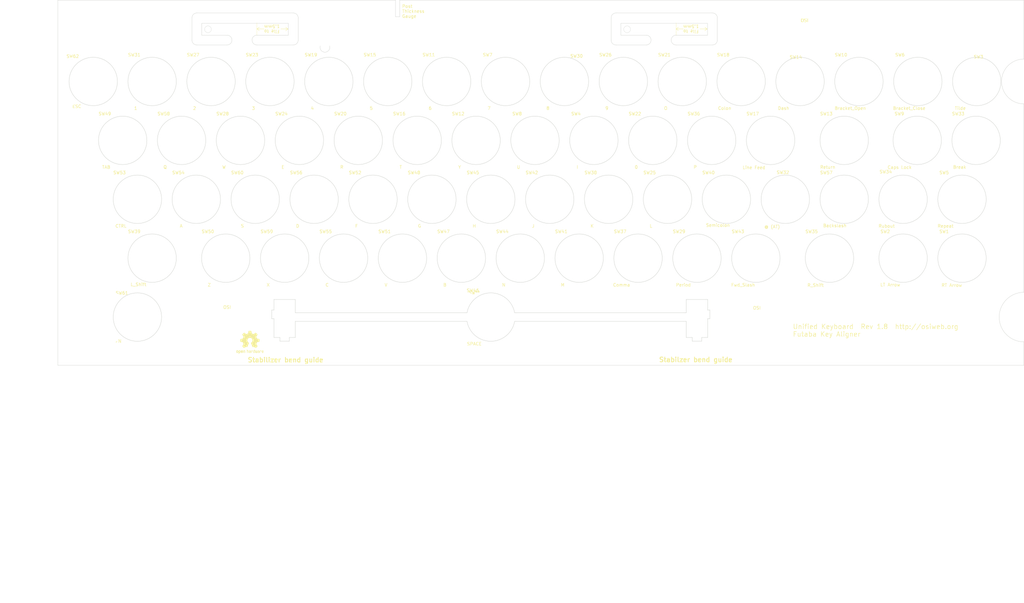
<source format=kicad_pcb>
(kicad_pcb (version 20171130) (host pcbnew "(5.1.6-0-10_14)")

  (general
    (thickness 1.6)
    (drawings 68)
    (tracks 0)
    (zones 0)
    (modules 80)
    (nets 1)
  )

  (page B)
  (title_block
    (title "Futaba Key aligner")
    (date 2020-06-22)
    (rev 1.8)
    (company OSIWeb.org)
  )

  (layers
    (0 F.Cu signal)
    (31 B.Cu signal)
    (32 B.Adhes user)
    (33 F.Adhes user)
    (34 B.Paste user)
    (35 F.Paste user)
    (36 B.SilkS user)
    (37 F.SilkS user)
    (38 B.Mask user)
    (39 F.Mask user)
    (40 Dwgs.User user)
    (41 Cmts.User user)
    (42 Eco1.User user)
    (43 Eco2.User user)
    (44 Edge.Cuts user)
    (45 Margin user)
    (46 B.CrtYd user)
    (47 F.CrtYd user)
    (48 B.Fab user)
    (49 F.Fab user)
  )

  (setup
    (last_trace_width 0.254)
    (user_trace_width 0.254)
    (user_trace_width 0.508)
    (user_trace_width 1.27)
    (trace_clearance 0.2)
    (zone_clearance 0.508)
    (zone_45_only no)
    (trace_min 0.2)
    (via_size 0.8128)
    (via_drill 0.4064)
    (via_min_size 0.4)
    (via_min_drill 0.3)
    (user_via 1.27 0.7112)
    (uvia_size 0.3048)
    (uvia_drill 0.1016)
    (uvias_allowed no)
    (uvia_min_size 0.2)
    (uvia_min_drill 0.1)
    (edge_width 0.05)
    (segment_width 0.2)
    (pcb_text_width 0.3)
    (pcb_text_size 1.5 1.5)
    (mod_edge_width 0.12)
    (mod_text_size 1 1)
    (mod_text_width 0.15)
    (pad_size 1.2 1.2)
    (pad_drill 1.2)
    (pad_to_mask_clearance 0)
    (aux_axis_origin 61.4172 179.1081)
    (grid_origin 62.1538 75.2602)
    (visible_elements 7FFFEFFF)
    (pcbplotparams
      (layerselection 0x010f0_ffffffff)
      (usegerberextensions false)
      (usegerberattributes false)
      (usegerberadvancedattributes false)
      (creategerberjobfile false)
      (excludeedgelayer true)
      (linewidth 0.100000)
      (plotframeref false)
      (viasonmask false)
      (mode 1)
      (useauxorigin false)
      (hpglpennumber 1)
      (hpglpenspeed 20)
      (hpglpendiameter 15.000000)
      (psnegative false)
      (psa4output false)
      (plotreference true)
      (plotvalue true)
      (plotinvisibletext false)
      (padsonsilk false)
      (subtractmaskfromsilk false)
      (outputformat 1)
      (mirror false)
      (drillshape 0)
      (scaleselection 1)
      (outputdirectory "outputs"))
  )

  (net 0 "")

  (net_class Default "This is the default net class."
    (clearance 0.2)
    (trace_width 0.254)
    (via_dia 0.8128)
    (via_drill 0.4064)
    (uvia_dia 0.3048)
    (uvia_drill 0.1016)
    (diff_pair_width 0.2032)
    (diff_pair_gap 0.254)
  )

  (net_class power1 ""
    (clearance 0.254)
    (trace_width 1.27)
    (via_dia 1.27)
    (via_drill 0.7112)
    (uvia_dia 0.3048)
    (uvia_drill 0.1016)
    (diff_pair_width 0.2032)
    (diff_pair_gap 0.254)
  )

  (net_class signal ""
    (clearance 0.2032)
    (trace_width 0.254)
    (via_dia 0.8128)
    (via_drill 0.4064)
    (uvia_dia 0.3048)
    (uvia_drill 0.1016)
    (diff_pair_width 0.2032)
    (diff_pair_gap 0.254)
  )

  (module MountingHole:MountingHole_2.1mm (layer F.Cu) (tedit 5EE9B596) (tstamp 5EFF2E84)
    (at 254.55972 74.92836)
    (descr "Mounting Hole 2.1mm, no annular")
    (tags "mounting hole 2.1mm no annular")
    (attr virtual)
    (fp_text reference REF** (at 0 -3.2) (layer F.SilkS) hide
      (effects (font (size 1 1) (thickness 0.15)))
    )
    (fp_text value MountingHole_2.1mm (at 0 3.2) (layer F.Fab)
      (effects (font (size 1 1) (thickness 0.15)))
    )
    (pad "" np_thru_hole circle (at 0 0) (size 1.6256 1.6256) (drill 1.6256) (layers *.Cu *.Mask))
  )

  (module MountingHole:MountingHole_2.1mm (layer F.Cu) (tedit 5EE9B596) (tstamp 5EFF2E80)
    (at 249.96232 74.92836)
    (descr "Mounting Hole 2.1mm, no annular")
    (tags "mounting hole 2.1mm no annular")
    (attr virtual)
    (fp_text reference REF** (at 0 -3.2) (layer F.SilkS) hide
      (effects (font (size 1 1) (thickness 0.15)))
    )
    (fp_text value MountingHole_2.1mm (at 0 3.2) (layer F.Fab)
      (effects (font (size 1 1) (thickness 0.15)))
    )
    (pad "" np_thru_hole circle (at 0 0) (size 1.6256 1.6256) (drill 1.6256) (layers *.Cu *.Mask))
  )

  (module MountingHole:MountingHole_2.1mm (layer F.Cu) (tedit 5EE9B596) (tstamp 5EFF2E7C)
    (at 252.26102 74.92836)
    (descr "Mounting Hole 2.1mm, no annular")
    (tags "mounting hole 2.1mm no annular")
    (attr virtual)
    (fp_text reference REF** (at 0 -3.2) (layer F.SilkS) hide
      (effects (font (size 1 1) (thickness 0.15)))
    )
    (fp_text value MountingHole_2.1mm (at 0 3.2) (layer F.Fab)
      (effects (font (size 1 1) (thickness 0.15)))
    )
    (pad "" np_thru_hole circle (at 0 0) (size 1.6256 1.6256) (drill 1.6256) (layers *.Cu *.Mask))
  )

  (module MountingHole:MountingHole_2.1mm (layer F.Cu) (tedit 5EE9B596) (tstamp 5EFF2B5F)
    (at 116.7003 74.93758)
    (descr "Mounting Hole 2.1mm, no annular")
    (tags "mounting hole 2.1mm no annular")
    (attr virtual)
    (fp_text reference REF** (at 0 -3.2) (layer F.SilkS) hide
      (effects (font (size 1 1) (thickness 0.15)))
    )
    (fp_text value MountingHole_2.1mm (at 0 3.2) (layer F.Fab)
      (effects (font (size 1 1) (thickness 0.15)))
    )
    (pad "" np_thru_hole circle (at 0 0) (size 1.6256 1.6256) (drill 1.6256) (layers *.Cu *.Mask))
  )

  (module MountingHole:MountingHole_2.1mm (layer F.Cu) (tedit 5EE9B596) (tstamp 5EFF2E5B)
    (at 118.999 74.93758)
    (descr "Mounting Hole 2.1mm, no annular")
    (tags "mounting hole 2.1mm no annular")
    (attr virtual)
    (fp_text reference REF** (at 0 -3.2) (layer F.SilkS) hide
      (effects (font (size 1 1) (thickness 0.15)))
    )
    (fp_text value MountingHole_2.1mm (at 0 3.2) (layer F.Fab)
      (effects (font (size 1 1) (thickness 0.15)))
    )
    (pad "" np_thru_hole circle (at 0 0) (size 1.6256 1.6256) (drill 1.6256) (layers *.Cu *.Mask))
  )

  (module MountingHole:MountingHole_2.1mm (layer F.Cu) (tedit 5EE9B596) (tstamp 5EFF2B7B)
    (at 114.4016 74.93758)
    (descr "Mounting Hole 2.1mm, no annular")
    (tags "mounting hole 2.1mm no annular")
    (attr virtual)
    (fp_text reference REF** (at 0 -3.2) (layer F.SilkS) hide
      (effects (font (size 1 1) (thickness 0.15)))
    )
    (fp_text value MountingHole_2.1mm (at 0 3.2) (layer F.Fab)
      (effects (font (size 1 1) (thickness 0.15)))
    )
    (pad "" np_thru_hole circle (at 0 0) (size 1.6256 1.6256) (drill 1.6256) (layers *.Cu *.Mask))
  )

  (module unikbd:Futaba_space_Cherry_aligner (layer F.Cu) (tedit 5EE3C0EA) (tstamp 5D0D7A0F)
    (at 197.15988 165.99916)
    (path /5BC3E99D/5BC6CD72)
    (fp_text reference SW46 (at -5.7912 -8.6106) (layer F.SilkS)
      (effects (font (size 1 1) (thickness 0.15)))
    )
    (fp_text value SPACE (at -5.334 8.6614) (layer F.SilkS)
      (effects (font (size 1 1) (thickness 0.15)))
    )
    (fp_line (start -63.2206 -5.6896) (end -63.2206 -1.397) (layer Edge.Cuts) (width 0.12))
    (fp_line (start -70.1294 -5.6896) (end -63.2206 -5.6896) (layer Edge.Cuts) (width 0.12))
    (fp_line (start -70.1294 -2.286) (end -70.1294 -5.6896) (layer Edge.Cuts) (width 0.12))
    (fp_line (start -70.866 -2.286) (end -70.1294 -2.286) (layer Edge.Cuts) (width 0.12))
    (fp_line (start -70.866 0.508) (end -70.866 -2.286) (layer Edge.Cuts) (width 0.12))
    (fp_line (start -70.1294 0.508) (end -70.866 0.508) (layer Edge.Cuts) (width 0.12))
    (fp_line (start -70.1294 6.604) (end -70.1294 0.508) (layer Edge.Cuts) (width 0.12))
    (fp_line (start -68.199 6.604) (end -70.1294 6.604) (layer Edge.Cuts) (width 0.12))
    (fp_line (start -68.199 7.7724) (end -68.199 6.604) (layer Edge.Cuts) (width 0.12))
    (fp_line (start -65.151 7.7724) (end -68.199 7.7724) (layer Edge.Cuts) (width 0.12))
    (fp_line (start -65.151 6.604) (end -65.151 7.7724) (layer Edge.Cuts) (width 0.12))
    (fp_line (start -63.2206 6.604) (end -65.151 6.604) (layer Edge.Cuts) (width 0.12))
    (fp_line (start -63.2206 1.397) (end -63.2206 6.604) (layer Edge.Cuts) (width 0.12))
    (fp_line (start 63.2206 6.604) (end 63.2206 1.397) (layer Edge.Cuts) (width 0.12))
    (fp_line (start 65.151 6.604) (end 63.2206 6.604) (layer Edge.Cuts) (width 0.12))
    (fp_line (start 65.151 7.7724) (end 65.151 6.604) (layer Edge.Cuts) (width 0.12))
    (fp_line (start 68.199 7.7724) (end 65.151 7.7724) (layer Edge.Cuts) (width 0.12))
    (fp_line (start 68.199 6.604) (end 68.199 7.7724) (layer Edge.Cuts) (width 0.12))
    (fp_line (start 70.1294 6.604) (end 68.199 6.604) (layer Edge.Cuts) (width 0.12))
    (fp_line (start 70.1294 0.508) (end 70.1294 6.604) (layer Edge.Cuts) (width 0.12))
    (fp_line (start 70.866 0.508) (end 70.1294 0.508) (layer Edge.Cuts) (width 0.12))
    (fp_line (start 70.866 -2.286) (end 70.866 0.508) (layer Edge.Cuts) (width 0.12))
    (fp_line (start 70.1294 -2.286) (end 70.866 -2.286) (layer Edge.Cuts) (width 0.12))
    (fp_line (start 70.1294 -5.6896) (end 70.1294 -2.286) (layer Edge.Cuts) (width 0.12))
    (fp_line (start 63.2206 -5.6896) (end 70.1294 -5.6896) (layer Edge.Cuts) (width 0.12))
    (fp_line (start 63.2206 -1.397) (end 63.2206 -5.6896) (layer Edge.Cuts) (width 0.12))
    (fp_line (start 7.697216 1.397) (end 63.2206 1.397) (layer Edge.Cuts) (width 0.12))
    (fp_line (start 7.697216 -1.397) (end 63.2206 -1.397) (layer Edge.Cuts) (width 0.12))
    (fp_line (start -63.2206 -1.397) (end -7.697216 -1.397) (layer Edge.Cuts) (width 0.12))
    (fp_line (start -63.2206 1.397) (end -7.697216 1.397) (layer Edge.Cuts) (width 0.12))
    (fp_text user MX_space_aligner (at -0.6096 7.9248) (layer B.Fab)
      (effects (font (size 1 1) (thickness 0.15)))
    )
    (fp_text user SW** (at -5.334 -7.874) (layer F.SilkS)
      (effects (font (size 1 1) (thickness 0.15)))
    )
    (fp_text user Futaba_2u_Cherry_aligner (at 0 -0.5) (layer F.Fab)
      (effects (font (size 1 1) (thickness 0.15)))
    )
    (fp_text user REF** (at 0 0.5) (layer F.SilkS) hide
      (effects (font (size 1 1) (thickness 0.15)))
    )
    (fp_arc (start 0 0) (end 7.697216 -1.397) (angle -159.4) (layer Edge.Cuts) (width 0.12))
    (fp_arc (start 0 0) (end -7.697216 1.397) (angle -159.4) (layer Edge.Cuts) (width 0.12))
    (pad "" np_thru_hole circle (at -6.985 6.985) (size 1.6256 1.6256) (drill 1.6256) (layers *.Cu *.Mask))
    (pad "" np_thru_hole circle (at -6.985 -6.985) (size 1.6256 1.6256) (drill 1.6256) (layers *.Cu *.Mask))
    (pad "" np_thru_hole circle (at 6.985 -6.985) (size 1.6256 1.6256) (drill 1.6256) (layers *.Cu *.Mask))
    (pad "" np_thru_hole circle (at 6.985 6.985) (size 1.6256 1.6256) (drill 1.6256) (layers *.Cu *.Mask))
  )

  (module unikbd:kbd_mounting_holes_only (layer F.Cu) (tedit 5EF57261) (tstamp 5EF5DB09)
    (at 301.0408 163.87826 90)
    (descr "Through hole straight pin header, 2x20, 2.54mm pitch, double rows")
    (tags "Through hole pin header THT 2x20 2.54mm double row")
    (fp_text reference REF** (at 1.4732 7.366 180) (layer F.Fab) hide
      (effects (font (size 1 1) (thickness 0.15)))
    )
    (fp_text value "Interface mount" (at -1.3716 36.9824 180) (layer F.Fab) hide
      (effects (font (size 1 1) (thickness 0.15)))
    )
    (pad "" np_thru_hole circle (at 1.2954 54.5606 90) (size 3.175 3.175) (drill 3.175) (layers *.Cu *.Mask))
    (pad "" np_thru_hole circle (at 1.2954 -8.8124 90) (size 3.175 3.175) (drill 3.175) (layers *.Cu *.Mask))
    (pad "" np_thru_hole circle (at 91.4924 -2.8688 90) (size 3.175 3.175) (drill 3.175) (layers *.Cu *.Mask))
    (pad "" np_thru_hole circle (at 91.4924 50.4712 90) (size 3.175 3.175) (drill 3.175) (layers *.Cu *.Mask))
    (model ${KISYS3DMOD}/Connector_PinHeader_2.54mm.3dshapes/PinHeader_2x20_P2.54mm_Vertical.wrl
      (offset (xyz 2.54 0 -1.8288))
      (scale (xyz 1 1 1))
      (rotate (xyz 0 180 0))
    )
  )

  (module unikbd:OSI_spacer_holes (layer F.Cu) (tedit 5EF5305C) (tstamp 5EFF2CAC)
    (at 197.15988 166.99916)
    (fp_text reference REF** (at 0 0.5) (layer F.SilkS) hide
      (effects (font (size 1 1) (thickness 0.15)))
    )
    (fp_text value "OSI mounting holes" (at -0.32258 11.14044) (layer F.Fab)
      (effects (font (size 1 1) (thickness 0.15)))
    )
    (fp_line (start 104.14 -87.63) (end 104.14 -102.87) (layer F.CrtYd) (width 0.12))
    (fp_line (start 104.14 -87.63) (end 114.3 -87.63) (layer F.CrtYd) (width 0.12))
    (fp_line (start 114.3 -102.87) (end 114.3 -87.63) (layer F.CrtYd) (width 0.12))
    (fp_line (start 104.14 -102.87) (end 114.3 -102.87) (layer F.CrtYd) (width 0.12))
    (fp_line (start -114.3 -87.63) (end -114.3 -102.87) (layer F.CrtYd) (width 0.12))
    (fp_line (start -114.3 -87.63) (end -104.14 -87.63) (layer F.CrtYd) (width 0.12))
    (fp_line (start -104.14 -102.87) (end -104.14 -87.63) (layer F.CrtYd) (width 0.12))
    (fp_line (start -114.3 -102.87) (end -104.14 -102.87) (layer F.CrtYd) (width 0.12))
    (fp_line (start -5.08 -87.7824) (end -5.08 -103.0224) (layer F.CrtYd) (width 0.12))
    (fp_line (start -5.08 -87.7824) (end 5.08 -87.7824) (layer F.CrtYd) (width 0.12))
    (fp_line (start 5.08 -103.0224) (end 5.08 -87.7824) (layer F.CrtYd) (width 0.12))
    (fp_line (start -5.08 -103.0224) (end 5.08 -103.0224) (layer F.CrtYd) (width 0.12))
    (fp_circle (center 109.22 -97.79) (end 114.046 -97.79) (layer Cmts.User) (width 0.15))
    (fp_circle (center -109.22 -97.79) (end -104.394 -97.79) (layer Cmts.User) (width 0.15))
    (fp_circle (center 0 -97.9424) (end 4.826 -97.9424) (layer Cmts.User) (width 0.15))
    (fp_circle (center -85.725 0.635) (end -81.975 0.635) (layer F.CrtYd) (width 0.05))
    (fp_circle (center -85.725 0.635) (end -82.225 0.635) (layer Cmts.User) (width 0.15))
    (fp_circle (center 85.725 0.635) (end 89.475 0.635) (layer F.CrtYd) (width 0.05))
    (fp_circle (center 85.725 0.635) (end 89.225 0.635) (layer Cmts.User) (width 0.15))
    (fp_circle (center 0 -92.8624) (end 4.826 -92.8624) (layer Cmts.User) (width 0.15))
    (fp_circle (center -109.22 -92.71) (end -104.394 -92.71) (layer Cmts.User) (width 0.15))
    (fp_circle (center 109.22 -92.71) (end 114.046 -92.71) (layer Cmts.User) (width 0.15))
    (fp_text user %R (at 110.75162 -87.97036) (layer F.Fab)
      (effects (font (size 1 1) (thickness 0.15)))
    )
    (fp_text user OSI (at 101.48062 -96.93656) (layer F.SilkS)
      (effects (font (size 1 1) (thickness 0.15)))
    )
    (fp_text user %R (at -85.03158 5.42544) (layer F.Fab)
      (effects (font (size 1 1) (thickness 0.15)))
    )
    (fp_text user OSI (at -85.28558 -4.17576) (layer F.SilkS)
      (effects (font (size 1 1) (thickness 0.15)))
    )
    (fp_text user %R (at 86.31682 5.65404) (layer F.Fab)
      (effects (font (size 1 1) (thickness 0.15)))
    )
    (fp_text user OSI (at 86.06282 -3.94716) (layer F.SilkS)
      (effects (font (size 1 1) (thickness 0.15)))
    )
    (fp_text user OSI (at 0.59182 -97.46996) (layer F.SilkS)
      (effects (font (size 1 1) (thickness 0.15)))
    )
    (fp_text user %R (at 0.84582 -87.86876) (layer F.Fab)
      (effects (font (size 1 1) (thickness 0.15)))
    )
    (fp_text user OSI (at -109.56798 -97.46996) (layer F.SilkS)
      (effects (font (size 1 1) (thickness 0.15)))
    )
    (fp_text user %R (at -109.31398 -87.86876) (layer F.Fab)
      (effects (font (size 1 1) (thickness 0.15)))
    )
    (fp_text user OSI (at 101.48062 -96.93656) (layer F.SilkS)
      (effects (font (size 1 1) (thickness 0.15)))
    )
    (fp_text user %R (at 110.75162 -87.97036) (layer F.Fab)
      (effects (font (size 1 1) (thickness 0.15)))
    )
    (pad "" np_thru_hole circle (at -85.725 0.635) (size 7.112 7.112) (drill 7.112) (layers *.Cu *.Mask))
    (pad "" np_thru_hole circle (at 85.725 0.635) (size 7.112 7.112) (drill 7.112) (layers *.Cu *.Mask))
    (pad "" np_thru_hole oval (at 0 -95.25) (size 7.112 12.192) (drill oval 7.112 12.192) (layers *.Cu *.Mask))
    (pad "" np_thru_hole oval (at -109.22 -95.25) (size 7.112 12.192) (drill oval 7.112 12.192) (layers *.Cu *.Mask))
    (pad "" np_thru_hole oval (at 109.22 -95.25) (size 7.112 12.192) (drill oval 7.112 12.192) (layers *.Cu *.Mask))
  )

  (module unikbd:Futaba-MD-4PCS-aligner (layer F.Cu) (tedit 5DA63068) (tstamp 5D0F9EDE)
    (at 116.19738 108.84916)
    (path /5BC3EA0A/5BCAF339)
    (fp_text reference SW28 (at -5.7912 -8.6106) (layer F.SilkS)
      (effects (font (size 1 1) (thickness 0.15)))
    )
    (fp_text value W (at -5.334 8.6614) (layer F.SilkS)
      (effects (font (size 1 1) (thickness 0.15)))
    )
    (fp_circle (center 0 0) (end 7.8232 0) (layer Edge.Cuts) (width 0.12))
    (pad "" np_thru_hole circle (at -6.985 -6.985) (size 1.6256 1.6256) (drill 1.6256) (layers *.Cu *.Mask))
    (pad "" np_thru_hole circle (at -6.985 6.985) (size 1.6256 1.6256) (drill 1.6256) (layers *.Cu *.Mask))
    (pad "" np_thru_hole circle (at 6.985 6.985) (size 1.6256 1.6256) (drill 1.6256) (layers *.Cu *.Mask))
    (pad "" np_thru_hole circle (at 6.985 -6.985) (size 1.6256 1.6256) (drill 1.6256) (layers *.Cu *.Mask))
  )

  (module unikbd:Futaba-MD-4PCS-aligner (layer F.Cu) (tedit 5DA63068) (tstamp 5D0FB031)
    (at 273.35988 127.89916)
    (path /5BC3E99D/5BC6CD6B)
    (fp_text reference SW40 (at -5.7912 -8.6106) (layer F.SilkS)
      (effects (font (size 1 1) (thickness 0.15)))
    )
    (fp_text value Semicolon (at -2.73558 8.39724) (layer F.SilkS)
      (effects (font (size 1 1) (thickness 0.15)))
    )
    (fp_circle (center 0 0) (end 7.8232 0) (layer Edge.Cuts) (width 0.12))
    (pad "" np_thru_hole circle (at -6.985 -6.985) (size 1.6256 1.6256) (drill 1.6256) (layers *.Cu *.Mask))
    (pad "" np_thru_hole circle (at -6.985 6.985) (size 1.6256 1.6256) (drill 1.6256) (layers *.Cu *.Mask))
    (pad "" np_thru_hole circle (at 6.985 6.985) (size 1.6256 1.6256) (drill 1.6256) (layers *.Cu *.Mask))
    (pad "" np_thru_hole circle (at 6.985 -6.985) (size 1.6256 1.6256) (drill 1.6256) (layers *.Cu *.Mask))
  )

  (module unikbd:Futaba-MD-4PCS-aligner (layer F.Cu) (tedit 5DA63068) (tstamp 5D0FA32E)
    (at 268.59738 108.84916)
    (path /5BC3E99D/5BC6CD5D)
    (fp_text reference SW36 (at -5.7912 -8.6106) (layer F.SilkS)
      (effects (font (size 1 1) (thickness 0.15)))
    )
    (fp_text value P (at -5.334 8.6614) (layer F.SilkS)
      (effects (font (size 1 1) (thickness 0.15)))
    )
    (fp_circle (center 0 0) (end 7.8232 0) (layer Edge.Cuts) (width 0.12))
    (pad "" np_thru_hole circle (at -6.985 -6.985) (size 1.6256 1.6256) (drill 1.6256) (layers *.Cu *.Mask))
    (pad "" np_thru_hole circle (at -6.985 6.985) (size 1.6256 1.6256) (drill 1.6256) (layers *.Cu *.Mask))
    (pad "" np_thru_hole circle (at 6.985 6.985) (size 1.6256 1.6256) (drill 1.6256) (layers *.Cu *.Mask))
    (pad "" np_thru_hole circle (at 6.985 -6.985) (size 1.6256 1.6256) (drill 1.6256) (layers *.Cu *.Mask))
  )

  (module unikbd:Futaba-MD-4PCS-aligner (layer F.Cu) (tedit 5DA63068) (tstamp 5D0FB0DC)
    (at 292.40988 127.89916)
    (path /5D6BE647)
    (fp_text reference SW32 (at -0.78994 -8.67664) (layer F.SilkS)
      (effects (font (size 1 1) (thickness 0.15)))
    )
    (fp_text value "@ (AT)" (at -4.25958 8.87984) (layer F.SilkS)
      (effects (font (size 1 1) (thickness 0.15)))
    )
    (fp_circle (center 0 0) (end 7.8232 0) (layer Edge.Cuts) (width 0.12))
    (pad "" np_thru_hole circle (at -6.985 -6.985) (size 1.6256 1.6256) (drill 1.6256) (layers *.Cu *.Mask))
    (pad "" np_thru_hole circle (at -6.985 6.985) (size 1.6256 1.6256) (drill 1.6256) (layers *.Cu *.Mask))
    (pad "" np_thru_hole circle (at 6.985 6.985) (size 1.6256 1.6256) (drill 1.6256) (layers *.Cu *.Mask))
    (pad "" np_thru_hole circle (at 6.985 -6.985) (size 1.6256 1.6256) (drill 1.6256) (layers *.Cu *.Mask))
  )

  (module unikbd:Futaba-MD-4PCS-LED-aligner (layer F.Cu) (tedit 5EE8F357) (tstamp 5D0F9D4F)
    (at 287.64738 108.84916)
    (path /5BC3EA0A/5BCAF39B)
    (fp_text reference SW17 (at -5.7912 -8.6106) (layer F.SilkS)
      (effects (font (size 1 1) (thickness 0.15)))
    )
    (fp_text value "Line Feed" (at -5.37464 8.79094) (layer F.SilkS)
      (effects (font (size 1 1) (thickness 0.15)))
    )
    (fp_circle (center 0 0) (end 7.8232 0) (layer Edge.Cuts) (width 0.12))
    (pad "" np_thru_hole circle (at 0 9.525) (size 3.048 3.048) (drill 3.048) (layers *.Cu *.Mask))
    (pad "" np_thru_hole circle (at -6.985 -6.985) (size 1.6256 1.6256) (drill 1.6256) (layers *.Cu *.Mask))
    (pad "" np_thru_hole circle (at -6.985 6.985) (size 1.6256 1.6256) (drill 1.6256) (layers *.Cu *.Mask))
    (pad "" np_thru_hole circle (at 6.985 6.985) (size 1.6256 1.6256) (drill 1.6256) (layers *.Cu *.Mask))
    (pad "" np_thru_hole circle (at 6.985 -6.985) (size 1.6256 1.6256) (drill 1.6256) (layers *.Cu *.Mask))
  )

  (module unikbd:Futaba-MD-4PCS-aligner (layer F.Cu) (tedit 5DA63068) (tstamp 5EE2E6FC)
    (at 311.45988 108.84916)
    (path /5BC3EA0A/5BCAF38D)
    (fp_text reference SW13 (at -5.7912 -8.6106) (layer F.SilkS)
      (effects (font (size 1 1) (thickness 0.15)))
    )
    (fp_text value Return (at -5.334 8.6614) (layer F.SilkS)
      (effects (font (size 1 1) (thickness 0.15)))
    )
    (fp_circle (center 0 0) (end 7.8232 0) (layer Edge.Cuts) (width 0.12))
    (pad "" np_thru_hole circle (at -6.985 -6.985) (size 1.6256 1.6256) (drill 1.6256) (layers *.Cu *.Mask))
    (pad "" np_thru_hole circle (at -6.985 6.985) (size 1.6256 1.6256) (drill 1.6256) (layers *.Cu *.Mask))
    (pad "" np_thru_hole circle (at 6.985 6.985) (size 1.6256 1.6256) (drill 1.6256) (layers *.Cu *.Mask))
    (pad "" np_thru_hole circle (at 6.985 -6.985) (size 1.6256 1.6256) (drill 1.6256) (layers *.Cu *.Mask))
  )

  (module unikbd:Futaba-MD-4PCS-aligner (layer F.Cu) (tedit 5DA63068) (tstamp 5D0EE51F)
    (at 330.50988 127.89916)
    (path /5D6C3751)
    (fp_text reference SW34 (at -5.61848 -8.89508) (layer F.SilkS)
      (effects (font (size 1 1) (thickness 0.15)))
    )
    (fp_text value Rubout (at -5.334 8.6614) (layer F.SilkS)
      (effects (font (size 1 1) (thickness 0.15)))
    )
    (fp_circle (center 0 0) (end 7.8232 0) (layer Edge.Cuts) (width 0.12))
    (pad "" np_thru_hole circle (at -6.985 -6.985) (size 1.6256 1.6256) (drill 1.6256) (layers *.Cu *.Mask))
    (pad "" np_thru_hole circle (at -6.985 6.985) (size 1.6256 1.6256) (drill 1.6256) (layers *.Cu *.Mask))
    (pad "" np_thru_hole circle (at 6.985 6.985) (size 1.6256 1.6256) (drill 1.6256) (layers *.Cu *.Mask))
    (pad "" np_thru_hole circle (at 6.985 -6.985) (size 1.6256 1.6256) (drill 1.6256) (layers *.Cu *.Mask))
  )

  (module unikbd:Futaba-MD-4PCS-aligner (layer F.Cu) (tedit 5DA63068) (tstamp 5D633B5C)
    (at 311.45988 127.89916)
    (path /5BC3E99D/5BC3FF70)
    (fp_text reference SW57 (at -5.7912 -8.6106) (layer F.SilkS)
      (effects (font (size 1 1) (thickness 0.15)))
    )
    (fp_text value Backslash (at -3.04038 8.52424) (layer F.SilkS)
      (effects (font (size 1 1) (thickness 0.15)))
    )
    (fp_circle (center 0 0) (end 7.8232 0) (layer Edge.Cuts) (width 0.12))
    (pad "" np_thru_hole circle (at -6.985 -6.985) (size 1.6256 1.6256) (drill 1.6256) (layers *.Cu *.Mask))
    (pad "" np_thru_hole circle (at -6.985 6.985) (size 1.6256 1.6256) (drill 1.6256) (layers *.Cu *.Mask))
    (pad "" np_thru_hole circle (at 6.985 6.985) (size 1.6256 1.6256) (drill 1.6256) (layers *.Cu *.Mask))
    (pad "" np_thru_hole circle (at 6.985 -6.985) (size 1.6256 1.6256) (drill 1.6256) (layers *.Cu *.Mask))
  )

  (module unikbd:Futaba-MD-4PCS-aligner (layer F.Cu) (tedit 5DA63068) (tstamp 5D0FB14E)
    (at 216.20988 127.89916)
    (path /5BC3E99D/5BC6D0BB)
    (fp_text reference SW42 (at -5.7912 -8.6106) (layer F.SilkS)
      (effects (font (size 1 1) (thickness 0.15)))
    )
    (fp_text value J (at -5.334 8.6614) (layer F.SilkS)
      (effects (font (size 1 1) (thickness 0.15)))
    )
    (fp_circle (center 0 0) (end 7.8232 0) (layer Edge.Cuts) (width 0.12))
    (pad "" np_thru_hole circle (at -6.985 -6.985) (size 1.6256 1.6256) (drill 1.6256) (layers *.Cu *.Mask))
    (pad "" np_thru_hole circle (at -6.985 6.985) (size 1.6256 1.6256) (drill 1.6256) (layers *.Cu *.Mask))
    (pad "" np_thru_hole circle (at 6.985 6.985) (size 1.6256 1.6256) (drill 1.6256) (layers *.Cu *.Mask))
    (pad "" np_thru_hole circle (at 6.985 -6.985) (size 1.6256 1.6256) (drill 1.6256) (layers *.Cu *.Mask))
  )

  (module unikbd:Futaba-MD-4PCS-aligner (layer F.Cu) (tedit 5DA63068) (tstamp 5D0FB06A)
    (at 235.25988 127.89916)
    (path /5BC3E99D/5BC6D0AD)
    (fp_text reference SW38 (at -5.7912 -8.6106) (layer F.SilkS)
      (effects (font (size 1 1) (thickness 0.15)))
    )
    (fp_text value K (at -5.334 8.6614) (layer F.SilkS)
      (effects (font (size 1 1) (thickness 0.15)))
    )
    (fp_circle (center 0 0) (end 7.8232 0) (layer Edge.Cuts) (width 0.12))
    (pad "" np_thru_hole circle (at -6.985 -6.985) (size 1.6256 1.6256) (drill 1.6256) (layers *.Cu *.Mask))
    (pad "" np_thru_hole circle (at -6.985 6.985) (size 1.6256 1.6256) (drill 1.6256) (layers *.Cu *.Mask))
    (pad "" np_thru_hole circle (at 6.985 6.985) (size 1.6256 1.6256) (drill 1.6256) (layers *.Cu *.Mask))
    (pad "" np_thru_hole circle (at 6.985 -6.985) (size 1.6256 1.6256) (drill 1.6256) (layers *.Cu *.Mask))
  )

  (module unikbd:Futaba-MD-4PCS-aligner (layer F.Cu) (tedit 5DA63068) (tstamp 5D0FB115)
    (at 178.10988 127.89916)
    (path /5BC3E99D/5BC6D0C2)
    (fp_text reference SW48 (at -5.7912 -8.6106) (layer F.SilkS)
      (effects (font (size 1 1) (thickness 0.15)))
    )
    (fp_text value G (at -4.00558 8.62584) (layer F.SilkS)
      (effects (font (size 1 1) (thickness 0.15)))
    )
    (fp_circle (center 0 0) (end 7.8232 0) (layer Edge.Cuts) (width 0.12))
    (pad "" np_thru_hole circle (at -6.985 -6.985) (size 1.6256 1.6256) (drill 1.6256) (layers *.Cu *.Mask))
    (pad "" np_thru_hole circle (at -6.985 6.985) (size 1.6256 1.6256) (drill 1.6256) (layers *.Cu *.Mask))
    (pad "" np_thru_hole circle (at 6.985 6.985) (size 1.6256 1.6256) (drill 1.6256) (layers *.Cu *.Mask))
    (pad "" np_thru_hole circle (at 6.985 -6.985) (size 1.6256 1.6256) (drill 1.6256) (layers *.Cu *.Mask))
  )

  (module unikbd:Futaba-MD-4PCS-aligner (layer F.Cu) (tedit 5DA63068) (tstamp 5D0FB187)
    (at 197.15988 127.89916)
    (path /5BC3E99D/5BC6D0B4)
    (fp_text reference SW45 (at -5.7912 -8.6106) (layer F.SilkS)
      (effects (font (size 1 1) (thickness 0.15)))
    )
    (fp_text value H (at -5.334 8.6614) (layer F.SilkS)
      (effects (font (size 1 1) (thickness 0.15)))
    )
    (fp_circle (center 0 0) (end 7.8232 0) (layer Edge.Cuts) (width 0.12))
    (pad "" np_thru_hole circle (at -6.985 -6.985) (size 1.6256 1.6256) (drill 1.6256) (layers *.Cu *.Mask))
    (pad "" np_thru_hole circle (at -6.985 6.985) (size 1.6256 1.6256) (drill 1.6256) (layers *.Cu *.Mask))
    (pad "" np_thru_hole circle (at 6.985 6.985) (size 1.6256 1.6256) (drill 1.6256) (layers *.Cu *.Mask))
    (pad "" np_thru_hole circle (at 6.985 -6.985) (size 1.6256 1.6256) (drill 1.6256) (layers *.Cu *.Mask))
  )

  (module unikbd:Futaba-MD-4PCS-aligner (layer F.Cu) (tedit 5DA63068) (tstamp 5D0FB0A3)
    (at 159.05988 127.89916)
    (path /5BC3E99D/5BC6D0C9)
    (fp_text reference SW52 (at -5.7912 -8.6106) (layer F.SilkS)
      (effects (font (size 1 1) (thickness 0.15)))
    )
    (fp_text value F (at -5.334 8.6614) (layer F.SilkS)
      (effects (font (size 1 1) (thickness 0.15)))
    )
    (fp_circle (center 0 0) (end 7.8232 0) (layer Edge.Cuts) (width 0.12))
    (pad "" np_thru_hole circle (at -6.985 -6.985) (size 1.6256 1.6256) (drill 1.6256) (layers *.Cu *.Mask))
    (pad "" np_thru_hole circle (at -6.985 6.985) (size 1.6256 1.6256) (drill 1.6256) (layers *.Cu *.Mask))
    (pad "" np_thru_hole circle (at 6.985 6.985) (size 1.6256 1.6256) (drill 1.6256) (layers *.Cu *.Mask))
    (pad "" np_thru_hole circle (at 6.985 -6.985) (size 1.6256 1.6256) (drill 1.6256) (layers *.Cu *.Mask))
  )

  (module unikbd:Futaba-MD-4PCS-aligner (layer F.Cu) (tedit 5DA63068) (tstamp 5D0FAB15)
    (at 140.00988 127.89916)
    (path /5BC3E99D/5BC6D0D7)
    (fp_text reference SW56 (at -5.7912 -8.6106) (layer F.SilkS)
      (effects (font (size 1 1) (thickness 0.15)))
    )
    (fp_text value D (at -5.334 8.6614) (layer F.SilkS)
      (effects (font (size 1 1) (thickness 0.15)))
    )
    (fp_circle (center 0 0) (end 7.8232 0) (layer Edge.Cuts) (width 0.12))
    (pad "" np_thru_hole circle (at -6.985 -6.985) (size 1.6256 1.6256) (drill 1.6256) (layers *.Cu *.Mask))
    (pad "" np_thru_hole circle (at -6.985 6.985) (size 1.6256 1.6256) (drill 1.6256) (layers *.Cu *.Mask))
    (pad "" np_thru_hole circle (at 6.985 6.985) (size 1.6256 1.6256) (drill 1.6256) (layers *.Cu *.Mask))
    (pad "" np_thru_hole circle (at 6.985 -6.985) (size 1.6256 1.6256) (drill 1.6256) (layers *.Cu *.Mask))
  )

  (module unikbd:Futaba-MD-4PCS-aligner (layer F.Cu) (tedit 5DA63068) (tstamp 5D0F9DFA)
    (at 192.39738 108.84916)
    (path /5BC3EA0A/5BCAF31D)
    (fp_text reference SW12 (at -5.7912 -8.6106) (layer F.SilkS)
      (effects (font (size 1 1) (thickness 0.15)))
    )
    (fp_text value Y (at -5.334 8.6614) (layer F.SilkS)
      (effects (font (size 1 1) (thickness 0.15)))
    )
    (fp_circle (center 0 0) (end 7.8232 0) (layer Edge.Cuts) (width 0.12))
    (pad "" np_thru_hole circle (at -6.985 -6.985) (size 1.6256 1.6256) (drill 1.6256) (layers *.Cu *.Mask))
    (pad "" np_thru_hole circle (at -6.985 6.985) (size 1.6256 1.6256) (drill 1.6256) (layers *.Cu *.Mask))
    (pad "" np_thru_hole circle (at 6.985 6.985) (size 1.6256 1.6256) (drill 1.6256) (layers *.Cu *.Mask))
    (pad "" np_thru_hole circle (at 6.985 -6.985) (size 1.6256 1.6256) (drill 1.6256) (layers *.Cu *.Mask))
  )

  (module unikbd:Futaba-MD-4PCS-aligner (layer F.Cu) (tedit 5DA63068) (tstamp 5D0F9D88)
    (at 173.34738 108.84916)
    (path /5BC3EA0A/5BCAF32B)
    (fp_text reference SW16 (at -5.7912 -8.6106) (layer F.SilkS)
      (effects (font (size 1 1) (thickness 0.15)))
    )
    (fp_text value T (at -5.334 8.6614) (layer F.SilkS)
      (effects (font (size 1 1) (thickness 0.15)))
    )
    (fp_circle (center 0 0) (end 7.8232 0) (layer Edge.Cuts) (width 0.12))
    (pad "" np_thru_hole circle (at -6.985 -6.985) (size 1.6256 1.6256) (drill 1.6256) (layers *.Cu *.Mask))
    (pad "" np_thru_hole circle (at -6.985 6.985) (size 1.6256 1.6256) (drill 1.6256) (layers *.Cu *.Mask))
    (pad "" np_thru_hole circle (at 6.985 6.985) (size 1.6256 1.6256) (drill 1.6256) (layers *.Cu *.Mask))
    (pad "" np_thru_hole circle (at 6.985 -6.985) (size 1.6256 1.6256) (drill 1.6256) (layers *.Cu *.Mask))
  )

  (module unikbd:Futaba-MD-4PCS-aligner (layer F.Cu) (tedit 5DA63068) (tstamp 5D0FAB87)
    (at 254.30988 127.89916)
    (path /5BC3EA0A/5BCAF3B0)
    (fp_text reference SW25 (at -5.7912 -8.6106) (layer F.SilkS)
      (effects (font (size 1 1) (thickness 0.15)))
    )
    (fp_text value L (at -5.334 8.6614) (layer F.SilkS)
      (effects (font (size 1 1) (thickness 0.15)))
    )
    (fp_circle (center 0 0) (end 7.8232 0) (layer Edge.Cuts) (width 0.12))
    (pad "" np_thru_hole circle (at -6.985 -6.985) (size 1.6256 1.6256) (drill 1.6256) (layers *.Cu *.Mask))
    (pad "" np_thru_hole circle (at -6.985 6.985) (size 1.6256 1.6256) (drill 1.6256) (layers *.Cu *.Mask))
    (pad "" np_thru_hole circle (at 6.985 6.985) (size 1.6256 1.6256) (drill 1.6256) (layers *.Cu *.Mask))
    (pad "" np_thru_hole circle (at 6.985 -6.985) (size 1.6256 1.6256) (drill 1.6256) (layers *.Cu *.Mask))
  )

  (module unikbd:Futaba-MD-4PCS-aligner (layer F.Cu) (tedit 5DA63068) (tstamp 5D0F9EA5)
    (at 135.24738 108.84916)
    (path /5BC3EA0A/5BCAF340)
    (fp_text reference SW24 (at -5.7912 -8.6106) (layer F.SilkS)
      (effects (font (size 1 1) (thickness 0.15)))
    )
    (fp_text value E (at -5.334 8.6614) (layer F.SilkS)
      (effects (font (size 1 1) (thickness 0.15)))
    )
    (fp_circle (center 0 0) (end 7.8232 0) (layer Edge.Cuts) (width 0.12))
    (pad "" np_thru_hole circle (at -6.985 -6.985) (size 1.6256 1.6256) (drill 1.6256) (layers *.Cu *.Mask))
    (pad "" np_thru_hole circle (at -6.985 6.985) (size 1.6256 1.6256) (drill 1.6256) (layers *.Cu *.Mask))
    (pad "" np_thru_hole circle (at 6.985 6.985) (size 1.6256 1.6256) (drill 1.6256) (layers *.Cu *.Mask))
    (pad "" np_thru_hole circle (at 6.985 -6.985) (size 1.6256 1.6256) (drill 1.6256) (layers *.Cu *.Mask))
  )

  (module unikbd:Futaba-MD-4PCS-aligner (layer F.Cu) (tedit 5DA63068) (tstamp 5D633858)
    (at 249.54738 108.84916)
    (path /5BC3EA0A/5BCAF412)
    (fp_text reference SW22 (at -5.7912 -8.6106) (layer F.SilkS)
      (effects (font (size 1 1) (thickness 0.15)))
    )
    (fp_text value 0 (at -5.334 8.6614) (layer F.SilkS)
      (effects (font (size 1 1) (thickness 0.15)))
    )
    (fp_circle (center 0 0) (end 7.8232 0) (layer Edge.Cuts) (width 0.12))
    (pad "" np_thru_hole circle (at -6.985 -6.985) (size 1.6256 1.6256) (drill 1.6256) (layers *.Cu *.Mask))
    (pad "" np_thru_hole circle (at -6.985 6.985) (size 1.6256 1.6256) (drill 1.6256) (layers *.Cu *.Mask))
    (pad "" np_thru_hole circle (at 6.985 6.985) (size 1.6256 1.6256) (drill 1.6256) (layers *.Cu *.Mask))
    (pad "" np_thru_hole circle (at 6.985 -6.985) (size 1.6256 1.6256) (drill 1.6256) (layers *.Cu *.Mask))
  )

  (module unikbd:Futaba-MD-4PCS-aligner (layer F.Cu) (tedit 5DA63068) (tstamp 5D0F9E6C)
    (at 154.29738 108.84916)
    (path /5BC3EA0A/5BCAF332)
    (fp_text reference SW20 (at -5.7912 -8.6106) (layer F.SilkS)
      (effects (font (size 1 1) (thickness 0.15)))
    )
    (fp_text value R (at -5.334 8.6614) (layer F.SilkS)
      (effects (font (size 1 1) (thickness 0.15)))
    )
    (fp_circle (center 0 0) (end 7.8232 0) (layer Edge.Cuts) (width 0.12))
    (pad "" np_thru_hole circle (at -6.985 -6.985) (size 1.6256 1.6256) (drill 1.6256) (layers *.Cu *.Mask))
    (pad "" np_thru_hole circle (at -6.985 6.985) (size 1.6256 1.6256) (drill 1.6256) (layers *.Cu *.Mask))
    (pad "" np_thru_hole circle (at 6.985 6.985) (size 1.6256 1.6256) (drill 1.6256) (layers *.Cu *.Mask))
    (pad "" np_thru_hole circle (at 6.985 -6.985) (size 1.6256 1.6256) (drill 1.6256) (layers *.Cu *.Mask))
  )

  (module unikbd:Futaba-MD-4PCS-aligner (layer F.Cu) (tedit 5DA63068) (tstamp 5D0FAADC)
    (at 101.90988 127.89916)
    (path /5BC3E99D/5BC6CD87)
    (fp_text reference SW54 (at -5.7912 -8.6106) (layer F.SilkS)
      (effects (font (size 1 1) (thickness 0.15)))
    )
    (fp_text value A (at -4.89458 8.62584) (layer F.SilkS)
      (effects (font (size 1 1) (thickness 0.15)))
    )
    (fp_circle (center 0 0) (end 7.8232 0) (layer Edge.Cuts) (width 0.12))
    (pad "" np_thru_hole circle (at -6.985 -6.985) (size 1.6256 1.6256) (drill 1.6256) (layers *.Cu *.Mask))
    (pad "" np_thru_hole circle (at -6.985 6.985) (size 1.6256 1.6256) (drill 1.6256) (layers *.Cu *.Mask))
    (pad "" np_thru_hole circle (at 6.985 6.985) (size 1.6256 1.6256) (drill 1.6256) (layers *.Cu *.Mask))
    (pad "" np_thru_hole circle (at 6.985 -6.985) (size 1.6256 1.6256) (drill 1.6256) (layers *.Cu *.Mask))
  )

  (module unikbd:Futaba-MD-4PCS-aligner (layer F.Cu) (tedit 5DA63068) (tstamp 5D0F9DC1)
    (at 211.44738 108.84916)
    (path /5BC3EA0A/5BCAF324)
    (fp_text reference SW8 (at -5.7912 -8.6106) (layer F.SilkS)
      (effects (font (size 1 1) (thickness 0.15)))
    )
    (fp_text value U (at -5.334 8.6614) (layer F.SilkS)
      (effects (font (size 1 1) (thickness 0.15)))
    )
    (fp_circle (center 0 0) (end 7.8232 0) (layer Edge.Cuts) (width 0.12))
    (pad "" np_thru_hole circle (at -6.985 -6.985) (size 1.6256 1.6256) (drill 1.6256) (layers *.Cu *.Mask))
    (pad "" np_thru_hole circle (at -6.985 6.985) (size 1.6256 1.6256) (drill 1.6256) (layers *.Cu *.Mask))
    (pad "" np_thru_hole circle (at 6.985 6.985) (size 1.6256 1.6256) (drill 1.6256) (layers *.Cu *.Mask))
    (pad "" np_thru_hole circle (at 6.985 -6.985) (size 1.6256 1.6256) (drill 1.6256) (layers *.Cu *.Mask))
  )

  (module unikbd:Futaba-MD-4PCS-aligner (layer F.Cu) (tedit 5DA63068) (tstamp 5D0F9D16)
    (at 230.49738 108.84916)
    (path /5BC3EA0A/5BCAF316)
    (fp_text reference SW4 (at -5.7912 -8.6106) (layer F.SilkS)
      (effects (font (size 1 1) (thickness 0.15)))
    )
    (fp_text value I (at -5.334 8.6614) (layer F.SilkS)
      (effects (font (size 1 1) (thickness 0.15)))
    )
    (fp_circle (center 0 0) (end 7.8232 0) (layer Edge.Cuts) (width 0.12))
    (pad "" np_thru_hole circle (at -6.985 -6.985) (size 1.6256 1.6256) (drill 1.6256) (layers *.Cu *.Mask))
    (pad "" np_thru_hole circle (at -6.985 6.985) (size 1.6256 1.6256) (drill 1.6256) (layers *.Cu *.Mask))
    (pad "" np_thru_hole circle (at 6.985 6.985) (size 1.6256 1.6256) (drill 1.6256) (layers *.Cu *.Mask))
    (pad "" np_thru_hole circle (at 6.985 -6.985) (size 1.6256 1.6256) (drill 1.6256) (layers *.Cu *.Mask))
  )

  (module unikbd:Futaba-MD-4PCS-aligner (layer F.Cu) (tedit 5DA63068) (tstamp 5D0F9CDD)
    (at 97.14738 108.84916)
    (path /5BC3E99D/5BC6CD80)
    (fp_text reference SW58 (at -5.7912 -8.6106) (layer F.SilkS)
      (effects (font (size 1 1) (thickness 0.15)))
    )
    (fp_text value Q (at -5.334 8.6614) (layer F.SilkS)
      (effects (font (size 1 1) (thickness 0.15)))
    )
    (fp_circle (center 0 0) (end 7.8232 0) (layer Edge.Cuts) (width 0.12))
    (pad "" np_thru_hole circle (at -6.985 -6.985) (size 1.6256 1.6256) (drill 1.6256) (layers *.Cu *.Mask))
    (pad "" np_thru_hole circle (at -6.985 6.985) (size 1.6256 1.6256) (drill 1.6256) (layers *.Cu *.Mask))
    (pad "" np_thru_hole circle (at 6.985 6.985) (size 1.6256 1.6256) (drill 1.6256) (layers *.Cu *.Mask))
    (pad "" np_thru_hole circle (at 6.985 -6.985) (size 1.6256 1.6256) (drill 1.6256) (layers *.Cu *.Mask))
  )

  (module unikbd:Futaba-MD-4PCS-aligner (layer F.Cu) (tedit 5DA63068) (tstamp 5D0FAB4E)
    (at 120.95988 127.89916)
    (path /5BC3E99D/5BC6D0D0)
    (fp_text reference SW60 (at -5.7912 -8.6106) (layer F.SilkS)
      (effects (font (size 1 1) (thickness 0.15)))
    )
    (fp_text value S (at -4.13258 8.62584) (layer F.SilkS)
      (effects (font (size 1 1) (thickness 0.15)))
    )
    (fp_circle (center 0 0) (end 7.8232 0) (layer Edge.Cuts) (width 0.12))
    (pad "" np_thru_hole circle (at -6.985 -6.985) (size 1.6256 1.6256) (drill 1.6256) (layers *.Cu *.Mask))
    (pad "" np_thru_hole circle (at -6.985 6.985) (size 1.6256 1.6256) (drill 1.6256) (layers *.Cu *.Mask))
    (pad "" np_thru_hole circle (at 6.985 6.985) (size 1.6256 1.6256) (drill 1.6256) (layers *.Cu *.Mask))
    (pad "" np_thru_hole circle (at 6.985 -6.985) (size 1.6256 1.6256) (drill 1.6256) (layers *.Cu *.Mask))
  )

  (module unikbd:Futaba-MD-4PCS-aligner (layer F.Cu) (tedit 5DA63068) (tstamp 5D0FBC20)
    (at 206.68488 146.94916)
    (path /5BC3E99D/5BC6CEE4)
    (fp_text reference SW44 (at -5.7912 -8.6106) (layer F.SilkS)
      (effects (font (size 1 1) (thickness 0.15)))
    )
    (fp_text value N (at -5.334 8.6614) (layer F.SilkS)
      (effects (font (size 1 1) (thickness 0.15)))
    )
    (fp_circle (center 0 0) (end 7.8232 0) (layer Edge.Cuts) (width 0.12))
    (pad "" np_thru_hole circle (at -6.985 -6.985) (size 1.6256 1.6256) (drill 1.6256) (layers *.Cu *.Mask))
    (pad "" np_thru_hole circle (at -6.985 6.985) (size 1.6256 1.6256) (drill 1.6256) (layers *.Cu *.Mask))
    (pad "" np_thru_hole circle (at 6.985 6.985) (size 1.6256 1.6256) (drill 1.6256) (layers *.Cu *.Mask))
    (pad "" np_thru_hole circle (at 6.985 -6.985) (size 1.6256 1.6256) (drill 1.6256) (layers *.Cu *.Mask))
  )

  (module unikbd:Futaba-MD-4PCS-aligner (layer F.Cu) (tedit 5DA63068) (tstamp 5D0FBC92)
    (at 225.73488 146.94916)
    (path /5BC3E99D/5BC6CEEB)
    (fp_text reference SW41 (at -5.7912 -8.6106) (layer F.SilkS)
      (effects (font (size 1 1) (thickness 0.15)))
    )
    (fp_text value M (at -5.334 8.6614) (layer F.SilkS)
      (effects (font (size 1 1) (thickness 0.15)))
    )
    (fp_circle (center 0 0) (end 7.8232 0) (layer Edge.Cuts) (width 0.12))
    (pad "" np_thru_hole circle (at -6.985 -6.985) (size 1.6256 1.6256) (drill 1.6256) (layers *.Cu *.Mask))
    (pad "" np_thru_hole circle (at -6.985 6.985) (size 1.6256 1.6256) (drill 1.6256) (layers *.Cu *.Mask))
    (pad "" np_thru_hole circle (at 6.985 6.985) (size 1.6256 1.6256) (drill 1.6256) (layers *.Cu *.Mask))
    (pad "" np_thru_hole circle (at 6.985 -6.985) (size 1.6256 1.6256) (drill 1.6256) (layers *.Cu *.Mask))
  )

  (module unikbd:Futaba-MD-4PCS-aligner (layer F.Cu) (tedit 5DA63068) (tstamp 5D0FBB3C)
    (at 187.63488 146.94916)
    (path /5BC3E99D/5BC6CEF2)
    (fp_text reference SW47 (at -5.7912 -8.6106) (layer F.SilkS)
      (effects (font (size 1 1) (thickness 0.15)))
    )
    (fp_text value B (at -5.334 8.6614) (layer F.SilkS)
      (effects (font (size 1 1) (thickness 0.15)))
    )
    (fp_circle (center 0 0) (end 7.8232 0) (layer Edge.Cuts) (width 0.12))
    (pad "" np_thru_hole circle (at -6.985 -6.985) (size 1.6256 1.6256) (drill 1.6256) (layers *.Cu *.Mask))
    (pad "" np_thru_hole circle (at -6.985 6.985) (size 1.6256 1.6256) (drill 1.6256) (layers *.Cu *.Mask))
    (pad "" np_thru_hole circle (at 6.985 6.985) (size 1.6256 1.6256) (drill 1.6256) (layers *.Cu *.Mask))
    (pad "" np_thru_hole circle (at 6.985 -6.985) (size 1.6256 1.6256) (drill 1.6256) (layers *.Cu *.Mask))
  )

  (module unikbd:Futaba-MD-4PCS-aligner (layer F.Cu) (tedit 5DA63068) (tstamp 5D0FBCCB)
    (at 168.58488 146.94916)
    (path /5BC3E99D/5BC6CEF9)
    (fp_text reference SW51 (at -5.7912 -8.6106) (layer F.SilkS)
      (effects (font (size 1 1) (thickness 0.15)))
    )
    (fp_text value V (at -5.334 8.6614) (layer F.SilkS)
      (effects (font (size 1 1) (thickness 0.15)))
    )
    (fp_circle (center 0 0) (end 7.8232 0) (layer Edge.Cuts) (width 0.12))
    (pad "" np_thru_hole circle (at -6.985 -6.985) (size 1.6256 1.6256) (drill 1.6256) (layers *.Cu *.Mask))
    (pad "" np_thru_hole circle (at -6.985 6.985) (size 1.6256 1.6256) (drill 1.6256) (layers *.Cu *.Mask))
    (pad "" np_thru_hole circle (at 6.985 6.985) (size 1.6256 1.6256) (drill 1.6256) (layers *.Cu *.Mask))
    (pad "" np_thru_hole circle (at 6.985 -6.985) (size 1.6256 1.6256) (drill 1.6256) (layers *.Cu *.Mask))
  )

  (module unikbd:Futaba-MD-4PCS-aligner (layer F.Cu) (tedit 5DA63068) (tstamp 5D0FB659)
    (at 149.53488 146.94916)
    (path /5BC3E99D/5BC6CF07)
    (fp_text reference SW55 (at -5.7912 -8.6106) (layer F.SilkS)
      (effects (font (size 1 1) (thickness 0.15)))
    )
    (fp_text value C (at -5.334 8.6614) (layer F.SilkS)
      (effects (font (size 1 1) (thickness 0.15)))
    )
    (fp_circle (center 0 0) (end 7.8232 0) (layer Edge.Cuts) (width 0.12))
    (pad "" np_thru_hole circle (at -6.985 -6.985) (size 1.6256 1.6256) (drill 1.6256) (layers *.Cu *.Mask))
    (pad "" np_thru_hole circle (at -6.985 6.985) (size 1.6256 1.6256) (drill 1.6256) (layers *.Cu *.Mask))
    (pad "" np_thru_hole circle (at 6.985 6.985) (size 1.6256 1.6256) (drill 1.6256) (layers *.Cu *.Mask))
    (pad "" np_thru_hole circle (at 6.985 -6.985) (size 1.6256 1.6256) (drill 1.6256) (layers *.Cu *.Mask))
  )

  (module unikbd:Futaba-MD-4PCS-aligner (layer F.Cu) (tedit 5DA63068) (tstamp 5D0FBBE7)
    (at 244.78488 146.94916)
    (path /5BC3E99D/5BC6CEDD)
    (fp_text reference SW37 (at -5.7912 -8.6106) (layer F.SilkS)
      (effects (font (size 1 1) (thickness 0.15)))
    )
    (fp_text value Comma (at -5.334 8.6614) (layer F.SilkS)
      (effects (font (size 1 1) (thickness 0.15)))
    )
    (fp_circle (center 0 0) (end 7.8232 0) (layer Edge.Cuts) (width 0.12))
    (pad "" np_thru_hole circle (at -6.985 -6.985) (size 1.6256 1.6256) (drill 1.6256) (layers *.Cu *.Mask))
    (pad "" np_thru_hole circle (at -6.985 6.985) (size 1.6256 1.6256) (drill 1.6256) (layers *.Cu *.Mask))
    (pad "" np_thru_hole circle (at 6.985 6.985) (size 1.6256 1.6256) (drill 1.6256) (layers *.Cu *.Mask))
    (pad "" np_thru_hole circle (at 6.985 -6.985) (size 1.6256 1.6256) (drill 1.6256) (layers *.Cu *.Mask))
  )

  (module unikbd:Futaba-MD-4PCS-aligner (layer F.Cu) (tedit 5DA63068) (tstamp 5D633EAE)
    (at 263.83488 146.94916)
    (path /5BC3EA0A/5BCAF3A9)
    (fp_text reference SW29 (at -5.7912 -8.6106) (layer F.SilkS)
      (effects (font (size 1 1) (thickness 0.15)))
    )
    (fp_text value Period (at -4.38658 8.6614) (layer F.SilkS)
      (effects (font (size 1 1) (thickness 0.15)))
    )
    (fp_circle (center 0 0) (end 7.8232 0) (layer Edge.Cuts) (width 0.12))
    (pad "" np_thru_hole circle (at -6.985 -6.985) (size 1.6256 1.6256) (drill 1.6256) (layers *.Cu *.Mask))
    (pad "" np_thru_hole circle (at -6.985 6.985) (size 1.6256 1.6256) (drill 1.6256) (layers *.Cu *.Mask))
    (pad "" np_thru_hole circle (at 6.985 6.985) (size 1.6256 1.6256) (drill 1.6256) (layers *.Cu *.Mask))
    (pad "" np_thru_hole circle (at 6.985 -6.985) (size 1.6256 1.6256) (drill 1.6256) (layers *.Cu *.Mask))
  )

  (module unikbd:Futaba-MD-4PCS-aligner (layer F.Cu) (tedit 5DA63068) (tstamp 5D0FB692)
    (at 130.48488 146.94916)
    (path /5BC3E99D/5BC6CF00)
    (fp_text reference SW59 (at -5.7912 -8.6106) (layer F.SilkS)
      (effects (font (size 1 1) (thickness 0.15)))
    )
    (fp_text value X (at -5.334 8.6614) (layer F.SilkS)
      (effects (font (size 1 1) (thickness 0.15)))
    )
    (fp_circle (center 0 0) (end 7.8232 0) (layer Edge.Cuts) (width 0.12))
    (pad "" np_thru_hole circle (at -6.985 -6.985) (size 1.6256 1.6256) (drill 1.6256) (layers *.Cu *.Mask))
    (pad "" np_thru_hole circle (at -6.985 6.985) (size 1.6256 1.6256) (drill 1.6256) (layers *.Cu *.Mask))
    (pad "" np_thru_hole circle (at 6.985 6.985) (size 1.6256 1.6256) (drill 1.6256) (layers *.Cu *.Mask))
    (pad "" np_thru_hole circle (at 6.985 -6.985) (size 1.6256 1.6256) (drill 1.6256) (layers *.Cu *.Mask))
  )

  (module unikbd:Futaba-MD-4PCS-aligner (layer F.Cu) (tedit 5DA63068) (tstamp 5D0F6109)
    (at 330.50988 146.94916)
    (path /5BC3EA0A/5BCAF37F)
    (fp_text reference SW2 (at -5.7912 -8.6106) (layer F.SilkS)
      (effects (font (size 1 1) (thickness 0.15)))
    )
    (fp_text value "LT Arrow" (at -4.15798 8.60044) (layer F.SilkS)
      (effects (font (size 1 1) (thickness 0.15)))
    )
    (fp_circle (center 0 0) (end 7.8232 0) (layer Edge.Cuts) (width 0.12))
    (pad "" np_thru_hole circle (at -6.985 -6.985) (size 1.6256 1.6256) (drill 1.6256) (layers *.Cu *.Mask))
    (pad "" np_thru_hole circle (at -6.985 6.985) (size 1.6256 1.6256) (drill 1.6256) (layers *.Cu *.Mask))
    (pad "" np_thru_hole circle (at 6.985 6.985) (size 1.6256 1.6256) (drill 1.6256) (layers *.Cu *.Mask))
    (pad "" np_thru_hole circle (at 6.985 -6.985) (size 1.6256 1.6256) (drill 1.6256) (layers *.Cu *.Mask))
  )

  (module unikbd:Futaba-MD-4PCS-aligner (layer F.Cu) (tedit 5DA63068) (tstamp 5D0FBD04)
    (at 306.69738 146.94916)
    (path /5BC3E99D/5BC3FD26)
    (fp_text reference SW35 (at -5.7912 -8.6106) (layer F.SilkS)
      (effects (font (size 1 1) (thickness 0.15)))
    )
    (fp_text value R_Shift (at -4.51358 8.75284) (layer F.SilkS)
      (effects (font (size 1 1) (thickness 0.15)))
    )
    (fp_circle (center 0 0) (end 7.8232 0) (layer Edge.Cuts) (width 0.12))
    (pad "" np_thru_hole circle (at -6.985 -6.985) (size 1.6256 1.6256) (drill 1.6256) (layers *.Cu *.Mask))
    (pad "" np_thru_hole circle (at -6.985 6.985) (size 1.6256 1.6256) (drill 1.6256) (layers *.Cu *.Mask))
    (pad "" np_thru_hole circle (at 6.985 6.985) (size 1.6256 1.6256) (drill 1.6256) (layers *.Cu *.Mask))
    (pad "" np_thru_hole circle (at 6.985 -6.985) (size 1.6256 1.6256) (drill 1.6256) (layers *.Cu *.Mask))
  )

  (module unikbd:Futaba-MD-4PCS-LED-aligner (layer F.Cu) (tedit 5EE8F357) (tstamp 5EE2E6D8)
    (at 335.06918 108.84916)
    (path /5BC3EA0A/5BCAF394)
    (fp_text reference SW9 (at -5.7912 -8.6106) (layer F.SilkS)
      (effects (font (size 1 1) (thickness 0.15)))
    )
    (fp_text value "Caps Lock" (at -5.7023 8.71982) (layer F.SilkS)
      (effects (font (size 1 1) (thickness 0.15)))
    )
    (fp_circle (center 0 0) (end 7.8232 0) (layer Edge.Cuts) (width 0.12))
    (pad "" np_thru_hole circle (at 0 9.525) (size 3.048 3.048) (drill 3.048) (layers *.Cu *.Mask))
    (pad "" np_thru_hole circle (at -6.985 -6.985) (size 1.6256 1.6256) (drill 1.6256) (layers *.Cu *.Mask))
    (pad "" np_thru_hole circle (at -6.985 6.985) (size 1.6256 1.6256) (drill 1.6256) (layers *.Cu *.Mask))
    (pad "" np_thru_hole circle (at 6.985 6.985) (size 1.6256 1.6256) (drill 1.6256) (layers *.Cu *.Mask))
    (pad "" np_thru_hole circle (at 6.985 -6.985) (size 1.6256 1.6256) (drill 1.6256) (layers *.Cu *.Mask))
  )

  (module unikbd:Futaba-MD-4PCS-aligner locked (layer F.Cu) (tedit 5DA63068) (tstamp 5D105DE3)
    (at 316.22238 89.79916)
    (path /5BC3EA0A/5BCAF404)
    (fp_text reference SW10 (at -5.7912 -8.6106) (layer F.SilkS)
      (effects (font (size 1 1) (thickness 0.15)))
    )
    (fp_text value Bracket_Open (at -2.794 8.6614) (layer F.SilkS)
      (effects (font (size 1 1) (thickness 0.15)))
    )
    (fp_circle (center 0 0) (end 7.8232 0) (layer Edge.Cuts) (width 0.12))
    (pad "" np_thru_hole circle (at -6.985 -6.985) (size 1.6256 1.6256) (drill 1.6256) (layers *.Cu *.Mask))
    (pad "" np_thru_hole circle (at -6.985 6.985) (size 1.6256 1.6256) (drill 1.6256) (layers *.Cu *.Mask))
    (pad "" np_thru_hole circle (at 6.985 6.985) (size 1.6256 1.6256) (drill 1.6256) (layers *.Cu *.Mask))
    (pad "" np_thru_hole circle (at 6.985 -6.985) (size 1.6256 1.6256) (drill 1.6256) (layers *.Cu *.Mask))
  )

  (module unikbd:Futaba-MD-4PCS-aligner locked (layer F.Cu) (tedit 5DA63068) (tstamp 5D0D7BDF)
    (at 297.17238 89.79916)
    (path /5BC3EA0A/5BCAF3FD)
    (fp_text reference SW14 (at -1.33858 -7.85876) (layer F.SilkS)
      (effects (font (size 1 1) (thickness 0.15)))
    )
    (fp_text value Dash (at -5.334 8.6614) (layer F.SilkS)
      (effects (font (size 1 1) (thickness 0.15)))
    )
    (fp_circle (center 0 0) (end 7.8232 0) (layer Edge.Cuts) (width 0.12))
    (pad "" np_thru_hole circle (at -6.985 -6.985) (size 1.6256 1.6256) (drill 1.6256) (layers *.Cu *.Mask))
    (pad "" np_thru_hole circle (at -6.985 6.985) (size 1.6256 1.6256) (drill 1.6256) (layers *.Cu *.Mask))
    (pad "" np_thru_hole circle (at 6.985 6.985) (size 1.6256 1.6256) (drill 1.6256) (layers *.Cu *.Mask))
    (pad "" np_thru_hole circle (at 6.985 -6.985) (size 1.6256 1.6256) (drill 1.6256) (layers *.Cu *.Mask))
  )

  (module unikbd:Futaba-MD-4PCS-aligner locked (layer F.Cu) (tedit 5DA63068) (tstamp 5D105E93)
    (at 335.27238 89.79916)
    (path /5BC3EA0A/5BCAF3F6)
    (fp_text reference SW6 (at -5.7912 -8.6106) (layer F.SilkS)
      (effects (font (size 1 1) (thickness 0.15)))
    )
    (fp_text value Bracket_Close (at -2.794 8.6614) (layer F.SilkS)
      (effects (font (size 1 1) (thickness 0.15)))
    )
    (fp_circle (center 0 0) (end 7.8232 0) (layer Edge.Cuts) (width 0.12))
    (pad "" np_thru_hole circle (at -6.985 -6.985) (size 1.6256 1.6256) (drill 1.6256) (layers *.Cu *.Mask))
    (pad "" np_thru_hole circle (at -6.985 6.985) (size 1.6256 1.6256) (drill 1.6256) (layers *.Cu *.Mask))
    (pad "" np_thru_hole circle (at 6.985 6.985) (size 1.6256 1.6256) (drill 1.6256) (layers *.Cu *.Mask))
    (pad "" np_thru_hole circle (at 6.985 -6.985) (size 1.6256 1.6256) (drill 1.6256) (layers *.Cu *.Mask))
  )

  (module unikbd:Futaba-MD-4PCS-aligner (layer F.Cu) (tedit 5DA63068) (tstamp 5D0D7B6F)
    (at 201.92238 89.79916)
    (path /5BC3EA0A/5BCAF466)
    (fp_text reference SW7 (at -5.7912 -8.6106) (layer F.SilkS)
      (effects (font (size 1 1) (thickness 0.15)))
    )
    (fp_text value 7 (at -5.334 8.6614) (layer F.SilkS)
      (effects (font (size 1 1) (thickness 0.15)))
    )
    (fp_circle (center 0 0) (end 7.8232 0) (layer Edge.Cuts) (width 0.12))
    (pad "" np_thru_hole circle (at -6.985 -6.985) (size 1.6256 1.6256) (drill 1.6256) (layers *.Cu *.Mask))
    (pad "" np_thru_hole circle (at -6.985 6.985) (size 1.6256 1.6256) (drill 1.6256) (layers *.Cu *.Mask))
    (pad "" np_thru_hole circle (at 6.985 6.985) (size 1.6256 1.6256) (drill 1.6256) (layers *.Cu *.Mask))
    (pad "" np_thru_hole circle (at 6.985 -6.985) (size 1.6256 1.6256) (drill 1.6256) (layers *.Cu *.Mask))
  )

  (module unikbd:Futaba-MD-4PCS-aligner locked (layer F.Cu) (tedit 5DA63068) (tstamp 5D0D7C6F)
    (at 125.72238 89.79916)
    (path /5BC3EA0A/5BCAF482)
    (fp_text reference SW23 (at -5.7912 -8.6106) (layer F.SilkS)
      (effects (font (size 1 1) (thickness 0.15)))
    )
    (fp_text value 3 (at -5.334 8.6614) (layer F.SilkS)
      (effects (font (size 1 1) (thickness 0.15)))
    )
    (fp_circle (center 0 0) (end 7.8232 0) (layer Edge.Cuts) (width 0.12))
    (pad "" np_thru_hole circle (at -6.985 -6.985) (size 1.6256 1.6256) (drill 1.6256) (layers *.Cu *.Mask))
    (pad "" np_thru_hole circle (at -6.985 6.985) (size 1.6256 1.6256) (drill 1.6256) (layers *.Cu *.Mask))
    (pad "" np_thru_hole circle (at 6.985 6.985) (size 1.6256 1.6256) (drill 1.6256) (layers *.Cu *.Mask))
    (pad "" np_thru_hole circle (at 6.985 -6.985) (size 1.6256 1.6256) (drill 1.6256) (layers *.Cu *.Mask))
  )

  (module unikbd:Futaba-MD-4PCS-aligner locked (layer F.Cu) (tedit 5DA63068) (tstamp 5D0D7C4F)
    (at 259.07238 89.79916)
    (path /5BC3EA0A/5BCAF3A2)
    (fp_text reference SW21 (at -5.7912 -8.6106) (layer F.SilkS)
      (effects (font (size 1 1) (thickness 0.15)))
    )
    (fp_text value O (at -5.334 8.6614) (layer F.SilkS)
      (effects (font (size 1 1) (thickness 0.15)))
    )
    (fp_circle (center 0 0) (end 7.8232 0) (layer Edge.Cuts) (width 0.12))
    (pad "" np_thru_hole circle (at -6.985 -6.985) (size 1.6256 1.6256) (drill 1.6256) (layers *.Cu *.Mask))
    (pad "" np_thru_hole circle (at -6.985 6.985) (size 1.6256 1.6256) (drill 1.6256) (layers *.Cu *.Mask))
    (pad "" np_thru_hole circle (at 6.985 6.985) (size 1.6256 1.6256) (drill 1.6256) (layers *.Cu *.Mask))
    (pad "" np_thru_hole circle (at 6.985 -6.985) (size 1.6256 1.6256) (drill 1.6256) (layers *.Cu *.Mask))
  )

  (module unikbd:Futaba-MD-4PCS-aligner locked (layer F.Cu) (tedit 5DA63068) (tstamp 5D0D7CDF)
    (at 220.97238 89.79916)
    (path /5BC3EA0A/5BCAF419)
    (fp_text reference SW30 (at 3.91922 -8.21436) (layer F.SilkS)
      (effects (font (size 1 1) (thickness 0.15)))
    )
    (fp_text value 8 (at -5.334 8.6614) (layer F.SilkS)
      (effects (font (size 1 1) (thickness 0.15)))
    )
    (fp_circle (center 0 0) (end 7.8232 0) (layer Edge.Cuts) (width 0.12))
    (pad "" np_thru_hole circle (at -6.985 -6.985) (size 1.6256 1.6256) (drill 1.6256) (layers *.Cu *.Mask))
    (pad "" np_thru_hole circle (at -6.985 6.985) (size 1.6256 1.6256) (drill 1.6256) (layers *.Cu *.Mask))
    (pad "" np_thru_hole circle (at 6.985 6.985) (size 1.6256 1.6256) (drill 1.6256) (layers *.Cu *.Mask))
    (pad "" np_thru_hole circle (at 6.985 -6.985) (size 1.6256 1.6256) (drill 1.6256) (layers *.Cu *.Mask))
  )

  (module unikbd:Futaba-MD-4PCS-aligner locked (layer F.Cu) (tedit 5DA63068) (tstamp 5D0D7BAF)
    (at 182.87238 89.79916)
    (path /5BC3EA0A/5BCAF474)
    (fp_text reference SW11 (at -5.7912 -8.6106) (layer F.SilkS)
      (effects (font (size 1 1) (thickness 0.15)))
    )
    (fp_text value 6 (at -5.334 8.6614) (layer F.SilkS)
      (effects (font (size 1 1) (thickness 0.15)))
    )
    (fp_circle (center 0 0) (end 7.8232 0) (layer Edge.Cuts) (width 0.12))
    (pad "" np_thru_hole circle (at -6.985 -6.985) (size 1.6256 1.6256) (drill 1.6256) (layers *.Cu *.Mask))
    (pad "" np_thru_hole circle (at -6.985 6.985) (size 1.6256 1.6256) (drill 1.6256) (layers *.Cu *.Mask))
    (pad "" np_thru_hole circle (at 6.985 6.985) (size 1.6256 1.6256) (drill 1.6256) (layers *.Cu *.Mask))
    (pad "" np_thru_hole circle (at 6.985 -6.985) (size 1.6256 1.6256) (drill 1.6256) (layers *.Cu *.Mask))
  )

  (module unikbd:Futaba-MD-4PCS-aligner locked (layer F.Cu) (tedit 5DA63068) (tstamp 5D0D7C9F)
    (at 240.02238 89.79916)
    (path /5BC3EA0A/5BCAF420)
    (fp_text reference SW26 (at -5.7912 -8.6106) (layer F.SilkS)
      (effects (font (size 1 1) (thickness 0.15)))
    )
    (fp_text value 9 (at -5.334 8.6614) (layer F.SilkS)
      (effects (font (size 1 1) (thickness 0.15)))
    )
    (fp_circle (center 0 0) (end 7.8232 0) (layer Edge.Cuts) (width 0.12))
    (pad "" np_thru_hole circle (at -6.985 -6.985) (size 1.6256 1.6256) (drill 1.6256) (layers *.Cu *.Mask))
    (pad "" np_thru_hole circle (at -6.985 6.985) (size 1.6256 1.6256) (drill 1.6256) (layers *.Cu *.Mask))
    (pad "" np_thru_hole circle (at 6.985 6.985) (size 1.6256 1.6256) (drill 1.6256) (layers *.Cu *.Mask))
    (pad "" np_thru_hole circle (at 6.985 -6.985) (size 1.6256 1.6256) (drill 1.6256) (layers *.Cu *.Mask))
  )

  (module unikbd:Futaba-MD-4PCS-aligner locked (layer F.Cu) (tedit 5DA63068) (tstamp 5D0D7C1F)
    (at 278.12238 89.79916)
    (path /5BC3EA0A/5BCAF40B)
    (fp_text reference SW18 (at -5.7912 -8.6106) (layer F.SilkS)
      (effects (font (size 1 1) (thickness 0.15)))
    )
    (fp_text value Colon (at -5.334 8.6614) (layer F.SilkS)
      (effects (font (size 1 1) (thickness 0.15)))
    )
    (fp_circle (center 0 0) (end 7.8232 0) (layer Edge.Cuts) (width 0.12))
    (pad "" np_thru_hole circle (at -6.985 -6.985) (size 1.6256 1.6256) (drill 1.6256) (layers *.Cu *.Mask))
    (pad "" np_thru_hole circle (at -6.985 6.985) (size 1.6256 1.6256) (drill 1.6256) (layers *.Cu *.Mask))
    (pad "" np_thru_hole circle (at 6.985 6.985) (size 1.6256 1.6256) (drill 1.6256) (layers *.Cu *.Mask))
    (pad "" np_thru_hole circle (at 6.985 -6.985) (size 1.6256 1.6256) (drill 1.6256) (layers *.Cu *.Mask))
  )

  (module unikbd:Futaba-MD-4PCS-aligner locked (layer F.Cu) (tedit 5DA63068) (tstamp 5D0D7C2F)
    (at 144.77238 89.79916)
    (path /5BC3EA0A/5BCAF47B)
    (fp_text reference SW19 (at -5.7912 -8.6106) (layer F.SilkS)
      (effects (font (size 1 1) (thickness 0.15)))
    )
    (fp_text value 4 (at -5.334 8.6614) (layer F.SilkS)
      (effects (font (size 1 1) (thickness 0.15)))
    )
    (fp_circle (center 0 0) (end 7.8232 0) (layer Edge.Cuts) (width 0.12))
    (pad "" np_thru_hole circle (at -6.985 -6.985) (size 1.6256 1.6256) (drill 1.6256) (layers *.Cu *.Mask))
    (pad "" np_thru_hole circle (at -6.985 6.985) (size 1.6256 1.6256) (drill 1.6256) (layers *.Cu *.Mask))
    (pad "" np_thru_hole circle (at 6.985 6.985) (size 1.6256 1.6256) (drill 1.6256) (layers *.Cu *.Mask))
    (pad "" np_thru_hole circle (at 6.985 -6.985) (size 1.6256 1.6256) (drill 1.6256) (layers *.Cu *.Mask))
  )

  (module unikbd:Futaba-MD-4PCS-aligner locked (layer F.Cu) (tedit 5DA63068) (tstamp 5D0D7BEF)
    (at 163.82238 89.79916)
    (path /5BC3EA0A/5BCAF46D)
    (fp_text reference SW15 (at -5.7912 -8.6106) (layer F.SilkS)
      (effects (font (size 1 1) (thickness 0.15)))
    )
    (fp_text value 5 (at -5.334 8.6614) (layer F.SilkS)
      (effects (font (size 1 1) (thickness 0.15)))
    )
    (fp_circle (center 0 0) (end 7.8232 0) (layer Edge.Cuts) (width 0.12))
    (pad "" np_thru_hole circle (at -6.985 -6.985) (size 1.6256 1.6256) (drill 1.6256) (layers *.Cu *.Mask))
    (pad "" np_thru_hole circle (at -6.985 6.985) (size 1.6256 1.6256) (drill 1.6256) (layers *.Cu *.Mask))
    (pad "" np_thru_hole circle (at 6.985 6.985) (size 1.6256 1.6256) (drill 1.6256) (layers *.Cu *.Mask))
    (pad "" np_thru_hole circle (at 6.985 -6.985) (size 1.6256 1.6256) (drill 1.6256) (layers *.Cu *.Mask))
  )

  (module unikbd:Futaba-MD-4PCS-aligner locked (layer F.Cu) (tedit 5DA63068) (tstamp 5D0D7CEF)
    (at 87.62238 89.79916)
    (path /5BC3EA0A/5BCAF489)
    (fp_text reference SW31 (at -5.7912 -8.6106) (layer F.SilkS)
      (effects (font (size 1 1) (thickness 0.15)))
    )
    (fp_text value 1 (at -5.334 8.6614) (layer F.SilkS)
      (effects (font (size 1 1) (thickness 0.15)))
    )
    (fp_circle (center 0 0) (end 7.8232 0) (layer Edge.Cuts) (width 0.12))
    (pad "" np_thru_hole circle (at -6.985 -6.985) (size 1.6256 1.6256) (drill 1.6256) (layers *.Cu *.Mask))
    (pad "" np_thru_hole circle (at -6.985 6.985) (size 1.6256 1.6256) (drill 1.6256) (layers *.Cu *.Mask))
    (pad "" np_thru_hole circle (at 6.985 6.985) (size 1.6256 1.6256) (drill 1.6256) (layers *.Cu *.Mask))
    (pad "" np_thru_hole circle (at 6.985 -6.985) (size 1.6256 1.6256) (drill 1.6256) (layers *.Cu *.Mask))
  )

  (module unikbd:Futaba-MD-4PCS-aligner locked (layer F.Cu) (tedit 5DA63068) (tstamp 5D0D7CAF)
    (at 106.67238 89.79916)
    (path /5BC3EA0A/5BCAF490)
    (fp_text reference SW27 (at -5.7912 -8.6106) (layer F.SilkS)
      (effects (font (size 1 1) (thickness 0.15)))
    )
    (fp_text value 2 (at -5.334 8.6614) (layer F.SilkS)
      (effects (font (size 1 1) (thickness 0.15)))
    )
    (fp_circle (center 0 0) (end 7.8232 0) (layer Edge.Cuts) (width 0.12))
    (pad "" np_thru_hole circle (at -6.985 -6.985) (size 1.6256 1.6256) (drill 1.6256) (layers *.Cu *.Mask))
    (pad "" np_thru_hole circle (at -6.985 6.985) (size 1.6256 1.6256) (drill 1.6256) (layers *.Cu *.Mask))
    (pad "" np_thru_hole circle (at 6.985 6.985) (size 1.6256 1.6256) (drill 1.6256) (layers *.Cu *.Mask))
    (pad "" np_thru_hole circle (at 6.985 -6.985) (size 1.6256 1.6256) (drill 1.6256) (layers *.Cu *.Mask))
  )

  (module unikbd:Futaba-MD-4PCS-aligner (layer F.Cu) (tedit 5DA63068) (tstamp 5D0D791F)
    (at 354.11918 108.84916)
    (path /5BC3E99D/5BC6CED6)
    (fp_text reference SW33 (at -5.7912 -8.6106) (layer F.SilkS)
      (effects (font (size 1 1) (thickness 0.15)))
    )
    (fp_text value Break (at -5.334 8.6614) (layer F.SilkS)
      (effects (font (size 1 1) (thickness 0.15)))
    )
    (fp_circle (center 0 0) (end 7.8232 0) (layer Edge.Cuts) (width 0.12))
    (pad "" np_thru_hole circle (at -6.985 -6.985) (size 1.6256 1.6256) (drill 1.6256) (layers *.Cu *.Mask))
    (pad "" np_thru_hole circle (at -6.985 6.985) (size 1.6256 1.6256) (drill 1.6256) (layers *.Cu *.Mask))
    (pad "" np_thru_hole circle (at 6.985 6.985) (size 1.6256 1.6256) (drill 1.6256) (layers *.Cu *.Mask))
    (pad "" np_thru_hole circle (at 6.985 -6.985) (size 1.6256 1.6256) (drill 1.6256) (layers *.Cu *.Mask))
  )

  (module unikbd:Futaba-MD-4PCS-aligner (layer F.Cu) (tedit 5DA63068) (tstamp 5D0F200E)
    (at 349.55988 127.89916)
    (path /5BC3EA0A/5BCAF386)
    (fp_text reference SW5 (at -5.7912 -8.6106) (layer F.SilkS)
      (effects (font (size 1 1) (thickness 0.15)))
    )
    (fp_text value Repeat (at -5.334 8.6614) (layer F.SilkS)
      (effects (font (size 1 1) (thickness 0.15)))
    )
    (fp_circle (center 0 0) (end 7.8232 0) (layer Edge.Cuts) (width 0.12))
    (pad "" np_thru_hole circle (at -6.985 -6.985) (size 1.6256 1.6256) (drill 1.6256) (layers *.Cu *.Mask))
    (pad "" np_thru_hole circle (at -6.985 6.985) (size 1.6256 1.6256) (drill 1.6256) (layers *.Cu *.Mask))
    (pad "" np_thru_hole circle (at 6.985 6.985) (size 1.6256 1.6256) (drill 1.6256) (layers *.Cu *.Mask))
    (pad "" np_thru_hole circle (at 6.985 -6.985) (size 1.6256 1.6256) (drill 1.6256) (layers *.Cu *.Mask))
  )

  (module unikbd:Futaba-MD-4PCS-aligner locked (layer F.Cu) (tedit 5DA63068) (tstamp 5D0D7B1F)
    (at 354.32238 89.79916)
    (path /5BC3EA0A/5BCAF3EF)
    (fp_text reference SW3 (at 0.56642 -7.96036) (layer F.SilkS)
      (effects (font (size 1 1) (thickness 0.15)))
    )
    (fp_text value Tilde (at -5.334 8.6614) (layer F.SilkS)
      (effects (font (size 1 1) (thickness 0.15)))
    )
    (fp_circle (center 0 0) (end 7.8232 0) (layer Edge.Cuts) (width 0.12))
    (pad "" np_thru_hole circle (at -6.985 -6.985) (size 1.6256 1.6256) (drill 1.6256) (layers *.Cu *.Mask))
    (pad "" np_thru_hole circle (at -6.985 6.985) (size 1.6256 1.6256) (drill 1.6256) (layers *.Cu *.Mask))
    (pad "" np_thru_hole circle (at 6.985 6.985) (size 1.6256 1.6256) (drill 1.6256) (layers *.Cu *.Mask))
    (pad "" np_thru_hole circle (at 6.985 -6.985) (size 1.6256 1.6256) (drill 1.6256) (layers *.Cu *.Mask))
  )

  (module unikbd:Futaba-MD-4PCS-aligner (layer F.Cu) (tedit 5DA63068) (tstamp 5D0FAF44)
    (at 82.85988 127.89916)
    (path /5BC3E99D/5BC3FF77)
    (fp_text reference SW53 (at -5.7912 -8.6106) (layer F.SilkS)
      (effects (font (size 1 1) (thickness 0.15)))
    )
    (fp_text value CTRL (at -5.334 8.6614) (layer F.SilkS)
      (effects (font (size 1 1) (thickness 0.15)))
    )
    (fp_circle (center 0 0) (end 7.8232 0) (layer Edge.Cuts) (width 0.12))
    (pad "" np_thru_hole circle (at -6.985 -6.985) (size 1.6256 1.6256) (drill 1.6256) (layers *.Cu *.Mask))
    (pad "" np_thru_hole circle (at -6.985 6.985) (size 1.6256 1.6256) (drill 1.6256) (layers *.Cu *.Mask))
    (pad "" np_thru_hole circle (at 6.985 6.985) (size 1.6256 1.6256) (drill 1.6256) (layers *.Cu *.Mask))
    (pad "" np_thru_hole circle (at 6.985 -6.985) (size 1.6256 1.6256) (drill 1.6256) (layers *.Cu *.Mask))
  )

  (module unikbd:Futaba-MD-4PCS-aligner (layer F.Cu) (tedit 5DA63068) (tstamp 5D0FA2F5)
    (at 78.09738 108.84916)
    (path /5BC3E99D/5BC3FF69)
    (fp_text reference SW49 (at -5.7912 -8.6106) (layer F.SilkS)
      (effects (font (size 1 1) (thickness 0.15)))
    )
    (fp_text value TAB (at -5.334 8.6614) (layer F.SilkS)
      (effects (font (size 1 1) (thickness 0.15)))
    )
    (fp_circle (center 0 0) (end 7.8232 0) (layer Edge.Cuts) (width 0.12))
    (pad "" np_thru_hole circle (at -6.985 -6.985) (size 1.6256 1.6256) (drill 1.6256) (layers *.Cu *.Mask))
    (pad "" np_thru_hole circle (at -6.985 6.985) (size 1.6256 1.6256) (drill 1.6256) (layers *.Cu *.Mask))
    (pad "" np_thru_hole circle (at 6.985 6.985) (size 1.6256 1.6256) (drill 1.6256) (layers *.Cu *.Mask))
    (pad "" np_thru_hole circle (at 6.985 -6.985) (size 1.6256 1.6256) (drill 1.6256) (layers *.Cu *.Mask))
  )

  (module unikbd:Futaba-MD-4PCS-aligner (layer F.Cu) (tedit 5DA63068) (tstamp 5D0FBB75)
    (at 87.62238 146.94916)
    (path /5BC3E99D/5BC3FE57)
    (fp_text reference SW39 (at -5.7912 -8.6106) (layer F.SilkS)
      (effects (font (size 1 1) (thickness 0.15)))
    )
    (fp_text value L_Shift (at -4.41198 8.52424) (layer F.SilkS)
      (effects (font (size 1 1) (thickness 0.15)))
    )
    (fp_circle (center 0 0) (end 7.8232 0) (layer Edge.Cuts) (width 0.12))
    (pad "" np_thru_hole circle (at -6.985 -6.985) (size 1.6256 1.6256) (drill 1.6256) (layers *.Cu *.Mask))
    (pad "" np_thru_hole circle (at -6.985 6.985) (size 1.6256 1.6256) (drill 1.6256) (layers *.Cu *.Mask))
    (pad "" np_thru_hole circle (at 6.985 6.985) (size 1.6256 1.6256) (drill 1.6256) (layers *.Cu *.Mask))
    (pad "" np_thru_hole circle (at 6.985 -6.985) (size 1.6256 1.6256) (drill 1.6256) (layers *.Cu *.Mask))
  )

  (module unikbd:Futaba-MD-4PCS-aligner (layer F.Cu) (tedit 5DA63068) (tstamp 5D0D7AFF)
    (at 349.55988 146.94916)
    (path /5BC3EA0A/5BCAF30F)
    (fp_text reference SW1 (at -5.7912 -8.6106) (layer F.SilkS)
      (effects (font (size 1 1) (thickness 0.15)))
    )
    (fp_text value "RT Arrow" (at -3.31978 8.75284) (layer F.SilkS)
      (effects (font (size 1 1) (thickness 0.15)))
    )
    (fp_circle (center 0 0) (end 7.8232 0) (layer Edge.Cuts) (width 0.12))
    (pad "" np_thru_hole circle (at -6.985 -6.985) (size 1.6256 1.6256) (drill 1.6256) (layers *.Cu *.Mask))
    (pad "" np_thru_hole circle (at -6.985 6.985) (size 1.6256 1.6256) (drill 1.6256) (layers *.Cu *.Mask))
    (pad "" np_thru_hole circle (at 6.985 6.985) (size 1.6256 1.6256) (drill 1.6256) (layers *.Cu *.Mask))
    (pad "" np_thru_hole circle (at 6.985 -6.985) (size 1.6256 1.6256) (drill 1.6256) (layers *.Cu *.Mask))
  )

  (module unikbd:Futaba-MD-4PCS-aligner (layer F.Cu) (tedit 5DA63068) (tstamp 5E0A52FF)
    (at 68.57238 89.79916)
    (fp_text reference SW62 (at -6.64718 -8.13816) (layer F.SilkS)
      (effects (font (size 1 1) (thickness 0.15)))
    )
    (fp_text value ESC (at -5.32638 8.06704) (layer F.SilkS)
      (effects (font (size 1 1) (thickness 0.15)))
    )
    (fp_circle (center 0 0) (end 7.8232 0) (layer Edge.Cuts) (width 0.12))
    (pad "" np_thru_hole circle (at -6.985 -6.985) (size 1.6256 1.6256) (drill 1.6256) (layers *.Cu *.Mask))
    (pad "" np_thru_hole circle (at -6.985 6.985) (size 1.6256 1.6256) (drill 1.6256) (layers *.Cu *.Mask))
    (pad "" np_thru_hole circle (at 6.985 6.985) (size 1.6256 1.6256) (drill 1.6256) (layers *.Cu *.Mask))
    (pad "" np_thru_hole circle (at 6.985 -6.985) (size 1.6256 1.6256) (drill 1.6256) (layers *.Cu *.Mask))
  )

  (module unikbd:Futaba-MD-4PCS-aligner (layer F.Cu) (tedit 5DA63068) (tstamp 5D0FBC59)
    (at 111.43488 146.94916)
    (path /5BC3E99D/5BC6CD79)
    (fp_text reference SW50 (at -5.7912 -8.6106) (layer F.SilkS)
      (effects (font (size 1 1) (thickness 0.15)))
    )
    (fp_text value Z (at -5.334 8.6614) (layer F.SilkS)
      (effects (font (size 1 1) (thickness 0.15)))
    )
    (fp_circle (center 0 0) (end 7.8232 0) (layer Edge.Cuts) (width 0.12))
    (pad "" np_thru_hole circle (at -6.985 -6.985) (size 1.6256 1.6256) (drill 1.6256) (layers *.Cu *.Mask))
    (pad "" np_thru_hole circle (at -6.985 6.985) (size 1.6256 1.6256) (drill 1.6256) (layers *.Cu *.Mask))
    (pad "" np_thru_hole circle (at 6.985 6.985) (size 1.6256 1.6256) (drill 1.6256) (layers *.Cu *.Mask))
    (pad "" np_thru_hole circle (at 6.985 -6.985) (size 1.6256 1.6256) (drill 1.6256) (layers *.Cu *.Mask))
  )

  (module unikbd:Futaba-MD-4PCS-aligner (layer F.Cu) (tedit 5DA63068) (tstamp 5D0FBBAE)
    (at 282.88488 146.94916)
    (path /5BC3E99D/5BC6CD64)
    (fp_text reference SW43 (at -5.7912 -8.6106) (layer F.SilkS)
      (effects (font (size 1 1) (thickness 0.15)))
    )
    (fp_text value Fwd_Slash (at -4.13258 8.6614) (layer F.SilkS)
      (effects (font (size 1 1) (thickness 0.15)))
    )
    (fp_circle (center 0 0) (end 7.8232 0) (layer Edge.Cuts) (width 0.12))
    (pad "" np_thru_hole circle (at -6.985 -6.985) (size 1.6256 1.6256) (drill 1.6256) (layers *.Cu *.Mask))
    (pad "" np_thru_hole circle (at -6.985 6.985) (size 1.6256 1.6256) (drill 1.6256) (layers *.Cu *.Mask))
    (pad "" np_thru_hole circle (at 6.985 6.985) (size 1.6256 1.6256) (drill 1.6256) (layers *.Cu *.Mask))
    (pad "" np_thru_hole circle (at 6.985 -6.985) (size 1.6256 1.6256) (drill 1.6256) (layers *.Cu *.Mask))
  )

  (module MountingHole:MountingHole_3.5mm (layer F.Cu) (tedit 56D1B4CB) (tstamp 5DA65F84)
    (at 143.51 77.47)
    (descr "Mounting Hole 3.5mm, no annular")
    (tags "mounting hole 3.5mm no annular")
    (attr virtual)
    (fp_text reference REF** (at 0 -4.5) (layer F.SilkS) hide
      (effects (font (size 1 1) (thickness 0.15)))
    )
    (fp_text value MountingHole_3.5mm (at 0 4.5) (layer F.Fab) hide
      (effects (font (size 1 1) (thickness 0.15)))
    )
    (fp_circle (center 0 0) (end 3.75 0) (layer F.CrtYd) (width 0.05))
    (fp_circle (center 0 0) (end 3.5 0) (layer Cmts.User) (width 0.15))
    (fp_text user %R (at 0.3 0) (layer F.Fab) hide
      (effects (font (size 1 1) (thickness 0.15)))
    )
    (pad 1 np_thru_hole circle (at 0 0) (size 3.5 3.5) (drill 3.5) (layers *.Cu *.Mask))
  )

  (module MountingHole:MountingHole_3.5mm (layer F.Cu) (tedit 56D1B4CB) (tstamp 5DA65F72)
    (at 217.17 77.47)
    (descr "Mounting Hole 3.5mm, no annular")
    (tags "mounting hole 3.5mm no annular")
    (attr virtual)
    (fp_text reference REF** (at 0 -4.5) (layer F.SilkS) hide
      (effects (font (size 1 1) (thickness 0.15)))
    )
    (fp_text value MountingHole_3.5mm (at 0 4.5) (layer F.Fab) hide
      (effects (font (size 1 1) (thickness 0.15)))
    )
    (fp_circle (center 0 0) (end 3.75 0) (layer F.CrtYd) (width 0.05))
    (fp_circle (center 0 0) (end 3.5 0) (layer Cmts.User) (width 0.15))
    (fp_text user %R (at 0.3 0) (layer F.Fab) hide
      (effects (font (size 1 1) (thickness 0.15)))
    )
    (pad 1 np_thru_hole circle (at 0 0) (size 3.5 3.5) (drill 3.5) (layers *.Cu *.Mask))
  )

  (module MountingHole:MountingHole_2.1mm (layer F.Cu) (tedit 5EE9B629) (tstamp 5EE9F9CA)
    (at 263.66978 177.39868)
    (descr "Mounting Hole 2.1mm, no annular")
    (tags "mounting hole 2.1mm no annular")
    (attr virtual)
    (fp_text reference REF** (at 0 -3.2) (layer F.SilkS) hide
      (effects (font (size 1 1) (thickness 0.15)))
    )
    (fp_text value MountingHole_2.1mm (at 0 3.2) (layer F.Fab)
      (effects (font (size 1 1) (thickness 0.15)))
    )
    (pad "" np_thru_hole circle (at 0 0) (size 1.6256 1.6256) (drill 1.6256) (layers *.Cu *.Mask))
  )

  (module MountingHole:MountingHole_2.1mm (layer F.Cu) (tedit 5EE9B596) (tstamp 5EFF201C)
    (at 130.31978 177.39868)
    (descr "Mounting Hole 2.1mm, no annular")
    (tags "mounting hole 2.1mm no annular")
    (attr virtual)
    (fp_text reference REF** (at 0 -3.2) (layer F.SilkS) hide
      (effects (font (size 1 1) (thickness 0.15)))
    )
    (fp_text value MountingHole_2.1mm (at 0 3.2) (layer F.Fab)
      (effects (font (size 1 1) (thickness 0.15)))
    )
    (pad "" np_thru_hole circle (at 0 0) (size 1.6256 1.6256) (drill 1.6256) (layers *.Cu *.Mask))
  )

  (module unikbd:Futaba-MD-4PCS-LED-aligner (layer F.Cu) (tedit 5EE8F357) (tstamp 5E0A154C)
    (at 82.85988 165.99916)
    (fp_text reference SW61 (at -5.0292 -7.7724) (layer F.SilkS)
      (effects (font (size 1 1) (thickness 0.15)))
    )
    (fp_text value FN (at -6.1214 7.7978) (layer F.SilkS)
      (effects (font (size 1 1) (thickness 0.15)))
    )
    (fp_circle (center 0 0) (end 7.8232 0) (layer Edge.Cuts) (width 0.12))
    (pad "" np_thru_hole circle (at 0 9.525) (size 3.048 3.048) (drill 3.048) (layers *.Cu *.Mask))
    (pad "" np_thru_hole circle (at -6.985 -6.985) (size 1.6256 1.6256) (drill 1.6256) (layers *.Cu *.Mask))
    (pad "" np_thru_hole circle (at -6.985 6.985) (size 1.6256 1.6256) (drill 1.6256) (layers *.Cu *.Mask))
    (pad "" np_thru_hole circle (at 6.985 6.985) (size 1.6256 1.6256) (drill 1.6256) (layers *.Cu *.Mask))
    (pad "" np_thru_hole circle (at 6.985 -6.985) (size 1.6256 1.6256) (drill 1.6256) (layers *.Cu *.Mask))
  )

  (module Symbol:OSHW-Logo2_9.8x8mm_SilkScreen (layer F.Cu) (tedit 0) (tstamp 5E0A0419)
    (at 119.253 174.1678)
    (descr "Open Source Hardware Symbol")
    (tags "Logo Symbol OSHW")
    (attr virtual)
    (fp_text reference REF** (at 0 0) (layer F.SilkS) hide
      (effects (font (size 1 1) (thickness 0.15)))
    )
    (fp_text value OSHW-Logo2_9.8x8mm_SilkScreen (at 0.4572 5.0038) (layer F.Fab) hide
      (effects (font (size 1 1) (thickness 0.15)))
    )
    (fp_poly (pts (xy -3.231114 2.584505) (xy -3.156461 2.621727) (xy -3.090569 2.690261) (xy -3.072423 2.715648)
      (xy -3.052655 2.748866) (xy -3.039828 2.784945) (xy -3.03249 2.833098) (xy -3.029187 2.902536)
      (xy -3.028462 2.994206) (xy -3.031737 3.11983) (xy -3.043123 3.214154) (xy -3.064959 3.284523)
      (xy -3.099581 3.338286) (xy -3.14933 3.382788) (xy -3.152986 3.385423) (xy -3.202015 3.412377)
      (xy -3.261055 3.425712) (xy -3.336141 3.429) (xy -3.458205 3.429) (xy -3.458256 3.547497)
      (xy -3.459392 3.613492) (xy -3.466314 3.652202) (xy -3.484402 3.675419) (xy -3.519038 3.694933)
      (xy -3.527355 3.69892) (xy -3.56628 3.717603) (xy -3.596417 3.729403) (xy -3.618826 3.730422)
      (xy -3.634567 3.716761) (xy -3.644698 3.684522) (xy -3.650277 3.629804) (xy -3.652365 3.548711)
      (xy -3.652019 3.437344) (xy -3.6503 3.291802) (xy -3.649763 3.248269) (xy -3.647828 3.098205)
      (xy -3.646096 3.000042) (xy -3.458308 3.000042) (xy -3.457252 3.083364) (xy -3.452562 3.13788)
      (xy -3.441949 3.173837) (xy -3.423128 3.201482) (xy -3.41035 3.214965) (xy -3.35811 3.254417)
      (xy -3.311858 3.257628) (xy -3.264133 3.225049) (xy -3.262923 3.223846) (xy -3.243506 3.198668)
      (xy -3.231693 3.164447) (xy -3.225735 3.111748) (xy -3.22388 3.031131) (xy -3.223846 3.013271)
      (xy -3.22833 2.902175) (xy -3.242926 2.825161) (xy -3.26935 2.778147) (xy -3.309317 2.75705)
      (xy -3.332416 2.754923) (xy -3.387238 2.7649) (xy -3.424842 2.797752) (xy -3.447477 2.857857)
      (xy -3.457394 2.949598) (xy -3.458308 3.000042) (xy -3.646096 3.000042) (xy -3.645778 2.98206)
      (xy -3.643127 2.894679) (xy -3.639394 2.830905) (xy -3.634093 2.785582) (xy -3.626742 2.753555)
      (xy -3.616857 2.729668) (xy -3.603954 2.708764) (xy -3.598421 2.700898) (xy -3.525031 2.626595)
      (xy -3.43224 2.584467) (xy -3.324904 2.572722) (xy -3.231114 2.584505)) (layer F.SilkS) (width 0.01))
    (fp_poly (pts (xy -1.728336 2.595089) (xy -1.665633 2.631358) (xy -1.622039 2.667358) (xy -1.590155 2.705075)
      (xy -1.56819 2.751199) (xy -1.554351 2.812421) (xy -1.546847 2.895431) (xy -1.543883 3.006919)
      (xy -1.543539 3.087062) (xy -1.543539 3.382065) (xy -1.709615 3.456515) (xy -1.719385 3.133402)
      (xy -1.723421 3.012729) (xy -1.727656 2.925141) (xy -1.732903 2.86465) (xy -1.739975 2.825268)
      (xy -1.749689 2.801007) (xy -1.762856 2.78588) (xy -1.767081 2.782606) (xy -1.831091 2.757034)
      (xy -1.895792 2.767153) (xy -1.934308 2.794) (xy -1.949975 2.813024) (xy -1.96082 2.837988)
      (xy -1.967712 2.875834) (xy -1.971521 2.933502) (xy -1.973117 3.017935) (xy -1.973385 3.105928)
      (xy -1.973437 3.216323) (xy -1.975328 3.294463) (xy -1.981655 3.347165) (xy -1.995017 3.381242)
      (xy -2.018015 3.403511) (xy -2.053246 3.420787) (xy -2.100303 3.438738) (xy -2.151697 3.458278)
      (xy -2.145579 3.111485) (xy -2.143116 2.986468) (xy -2.140233 2.894082) (xy -2.136102 2.827881)
      (xy -2.129893 2.78142) (xy -2.120774 2.748256) (xy -2.107917 2.721944) (xy -2.092416 2.698729)
      (xy -2.017629 2.624569) (xy -1.926372 2.581684) (xy -1.827117 2.571412) (xy -1.728336 2.595089)) (layer F.SilkS) (width 0.01))
    (fp_poly (pts (xy -3.983114 2.587256) (xy -3.891536 2.635409) (xy -3.823951 2.712905) (xy -3.799943 2.762727)
      (xy -3.781262 2.837533) (xy -3.771699 2.932052) (xy -3.770792 3.03521) (xy -3.778079 3.135935)
      (xy -3.793097 3.223153) (xy -3.815385 3.285791) (xy -3.822235 3.296579) (xy -3.903368 3.377105)
      (xy -3.999734 3.425336) (xy -4.104299 3.43945) (xy -4.210032 3.417629) (xy -4.239457 3.404547)
      (xy -4.296759 3.364231) (xy -4.34705 3.310775) (xy -4.351803 3.303995) (xy -4.371122 3.271321)
      (xy -4.383892 3.236394) (xy -4.391436 3.190414) (xy -4.395076 3.124584) (xy -4.396135 3.030105)
      (xy -4.396154 3.008923) (xy -4.396106 3.002182) (xy -4.200769 3.002182) (xy -4.199632 3.091349)
      (xy -4.195159 3.15052) (xy -4.185754 3.188741) (xy -4.169824 3.215053) (xy -4.161692 3.223846)
      (xy -4.114942 3.257261) (xy -4.069553 3.255737) (xy -4.02366 3.226752) (xy -3.996288 3.195809)
      (xy -3.980077 3.150643) (xy -3.970974 3.07942) (xy -3.970349 3.071114) (xy -3.968796 2.942037)
      (xy -3.985035 2.846172) (xy -4.018848 2.784107) (xy -4.070016 2.756432) (xy -4.08828 2.754923)
      (xy -4.13624 2.762513) (xy -4.169047 2.788808) (xy -4.189105 2.839095) (xy -4.198822 2.918664)
      (xy -4.200769 3.002182) (xy -4.396106 3.002182) (xy -4.395426 2.908249) (xy -4.392371 2.837906)
      (xy -4.385678 2.789163) (xy -4.37404 2.753288) (xy -4.356147 2.721548) (xy -4.352192 2.715648)
      (xy -4.285733 2.636104) (xy -4.213315 2.589929) (xy -4.125151 2.571599) (xy -4.095213 2.570703)
      (xy -3.983114 2.587256)) (layer F.SilkS) (width 0.01))
    (fp_poly (pts (xy -2.465746 2.599745) (xy -2.388714 2.651567) (xy -2.329184 2.726412) (xy -2.293622 2.821654)
      (xy -2.286429 2.891756) (xy -2.287246 2.921009) (xy -2.294086 2.943407) (xy -2.312888 2.963474)
      (xy -2.349592 2.985733) (xy -2.410138 3.014709) (xy -2.500466 3.054927) (xy -2.500923 3.055129)
      (xy -2.584067 3.09321) (xy -2.652247 3.127025) (xy -2.698495 3.152933) (xy -2.715842 3.167295)
      (xy -2.715846 3.167411) (xy -2.700557 3.198685) (xy -2.664804 3.233157) (xy -2.623758 3.25799)
      (xy -2.602963 3.262923) (xy -2.54623 3.245862) (xy -2.497373 3.203133) (xy -2.473535 3.156155)
      (xy -2.450603 3.121522) (xy -2.405682 3.082081) (xy -2.352877 3.048009) (xy -2.30629 3.02948)
      (xy -2.296548 3.028462) (xy -2.285582 3.045215) (xy -2.284921 3.088039) (xy -2.29298 3.145781)
      (xy -2.308173 3.207289) (xy -2.328914 3.261409) (xy -2.329962 3.26351) (xy -2.392379 3.35066)
      (xy -2.473274 3.409939) (xy -2.565144 3.439034) (xy -2.660487 3.435634) (xy -2.751802 3.397428)
      (xy -2.755862 3.394741) (xy -2.827694 3.329642) (xy -2.874927 3.244705) (xy -2.901066 3.133021)
      (xy -2.904574 3.101643) (xy -2.910787 2.953536) (xy -2.903339 2.884468) (xy -2.715846 2.884468)
      (xy -2.71341 2.927552) (xy -2.700086 2.940126) (xy -2.666868 2.930719) (xy -2.614506 2.908483)
      (xy -2.555976 2.88061) (xy -2.554521 2.879872) (xy -2.504911 2.853777) (xy -2.485 2.836363)
      (xy -2.48991 2.818107) (xy -2.510584 2.79412) (xy -2.563181 2.759406) (xy -2.619823 2.756856)
      (xy -2.670631 2.782119) (xy -2.705724 2.830847) (xy -2.715846 2.884468) (xy -2.903339 2.884468)
      (xy -2.898008 2.835036) (xy -2.865222 2.741055) (xy -2.819579 2.675215) (xy -2.737198 2.608681)
      (xy -2.646454 2.575676) (xy -2.553815 2.573573) (xy -2.465746 2.599745)) (layer F.SilkS) (width 0.01))
    (fp_poly (pts (xy -0.840154 2.49212) (xy -0.834428 2.57198) (xy -0.827851 2.619039) (xy -0.818738 2.639566)
      (xy -0.805402 2.639829) (xy -0.801077 2.637378) (xy -0.743556 2.619636) (xy -0.668732 2.620672)
      (xy -0.592661 2.63891) (xy -0.545082 2.662505) (xy -0.496298 2.700198) (xy -0.460636 2.742855)
      (xy -0.436155 2.797057) (xy -0.420913 2.869384) (xy -0.41297 2.966419) (xy -0.410384 3.094742)
      (xy -0.410338 3.119358) (xy -0.410308 3.39587) (xy -0.471839 3.41732) (xy -0.515541 3.431912)
      (xy -0.539518 3.438706) (xy -0.540223 3.438769) (xy -0.542585 3.420345) (xy -0.544594 3.369526)
      (xy -0.546099 3.292993) (xy -0.546947 3.19743) (xy -0.547077 3.139329) (xy -0.547349 3.024771)
      (xy -0.548748 2.942667) (xy -0.552151 2.886393) (xy -0.558433 2.849326) (xy -0.568471 2.824844)
      (xy -0.583139 2.806325) (xy -0.592298 2.797406) (xy -0.655211 2.761466) (xy -0.723864 2.758775)
      (xy -0.786152 2.78917) (xy -0.797671 2.800144) (xy -0.814567 2.820779) (xy -0.826286 2.845256)
      (xy -0.833767 2.880647) (xy -0.837946 2.934026) (xy -0.839763 3.012466) (xy -0.840154 3.120617)
      (xy -0.840154 3.39587) (xy -0.901685 3.41732) (xy -0.945387 3.431912) (xy -0.969364 3.438706)
      (xy -0.97007 3.438769) (xy -0.971874 3.420069) (xy -0.9735 3.367322) (xy -0.974883 3.285557)
      (xy -0.975958 3.179805) (xy -0.97666 3.055094) (xy -0.976923 2.916455) (xy -0.976923 2.381806)
      (xy -0.849923 2.328236) (xy -0.840154 2.49212)) (layer F.SilkS) (width 0.01))
    (fp_poly (pts (xy 0.053501 2.626303) (xy 0.13006 2.654733) (xy 0.130936 2.655279) (xy 0.178285 2.690127)
      (xy 0.213241 2.730852) (xy 0.237825 2.783925) (xy 0.254062 2.855814) (xy 0.263975 2.952992)
      (xy 0.269586 3.081928) (xy 0.270077 3.100298) (xy 0.277141 3.377287) (xy 0.217695 3.408028)
      (xy 0.174681 3.428802) (xy 0.14871 3.438646) (xy 0.147509 3.438769) (xy 0.143014 3.420606)
      (xy 0.139444 3.371612) (xy 0.137248 3.300031) (xy 0.136769 3.242068) (xy 0.136758 3.14817)
      (xy 0.132466 3.089203) (xy 0.117503 3.061079) (xy 0.085482 3.059706) (xy 0.030014 3.080998)
      (xy -0.053731 3.120136) (xy -0.115311 3.152643) (xy -0.146983 3.180845) (xy -0.156294 3.211582)
      (xy -0.156308 3.213104) (xy -0.140943 3.266054) (xy -0.095453 3.29466) (xy -0.025834 3.298803)
      (xy 0.024313 3.298084) (xy 0.050754 3.312527) (xy 0.067243 3.347218) (xy 0.076733 3.391416)
      (xy 0.063057 3.416493) (xy 0.057907 3.420082) (xy 0.009425 3.434496) (xy -0.058469 3.436537)
      (xy -0.128388 3.426983) (xy -0.177932 3.409522) (xy -0.24643 3.351364) (xy -0.285366 3.270408)
      (xy -0.293077 3.20716) (xy -0.287193 3.150111) (xy -0.265899 3.103542) (xy -0.223735 3.062181)
      (xy -0.155241 3.020755) (xy -0.054956 2.973993) (xy -0.048846 2.97135) (xy 0.04149 2.929617)
      (xy 0.097235 2.895391) (xy 0.121129 2.864635) (xy 0.115913 2.833311) (xy 0.084328 2.797383)
      (xy 0.074883 2.789116) (xy 0.011617 2.757058) (xy -0.053936 2.758407) (xy -0.111028 2.789838)
      (xy -0.148907 2.848024) (xy -0.152426 2.859446) (xy -0.1867 2.914837) (xy -0.230191 2.941518)
      (xy -0.293077 2.96796) (xy -0.293077 2.899548) (xy -0.273948 2.80011) (xy -0.217169 2.708902)
      (xy -0.187622 2.678389) (xy -0.120458 2.639228) (xy -0.035044 2.6215) (xy 0.053501 2.626303)) (layer F.SilkS) (width 0.01))
    (fp_poly (pts (xy 0.713362 2.62467) (xy 0.802117 2.657421) (xy 0.874022 2.71535) (xy 0.902144 2.756128)
      (xy 0.932802 2.830954) (xy 0.932165 2.885058) (xy 0.899987 2.921446) (xy 0.888081 2.927633)
      (xy 0.836675 2.946925) (xy 0.810422 2.941982) (xy 0.80153 2.909587) (xy 0.801077 2.891692)
      (xy 0.784797 2.825859) (xy 0.742365 2.779807) (xy 0.683388 2.757564) (xy 0.617475 2.763161)
      (xy 0.563895 2.792229) (xy 0.545798 2.80881) (xy 0.532971 2.828925) (xy 0.524306 2.859332)
      (xy 0.518696 2.906788) (xy 0.515035 2.97805) (xy 0.512215 3.079875) (xy 0.511484 3.112115)
      (xy 0.50882 3.22241) (xy 0.505792 3.300036) (xy 0.50125 3.351396) (xy 0.494046 3.38289)
      (xy 0.483033 3.40092) (xy 0.46706 3.411888) (xy 0.456834 3.416733) (xy 0.413406 3.433301)
      (xy 0.387842 3.438769) (xy 0.379395 3.420507) (xy 0.374239 3.365296) (xy 0.372346 3.272499)
      (xy 0.373689 3.141478) (xy 0.374107 3.121269) (xy 0.377058 3.001733) (xy 0.380548 2.914449)
      (xy 0.385514 2.852591) (xy 0.392893 2.809336) (xy 0.403624 2.77786) (xy 0.418645 2.751339)
      (xy 0.426502 2.739975) (xy 0.471553 2.689692) (xy 0.52194 2.650581) (xy 0.528108 2.647167)
      (xy 0.618458 2.620212) (xy 0.713362 2.62467)) (layer F.SilkS) (width 0.01))
    (fp_poly (pts (xy 1.602081 2.780289) (xy 1.601833 2.92632) (xy 1.600872 3.038655) (xy 1.598794 3.122678)
      (xy 1.595193 3.183769) (xy 1.589665 3.227309) (xy 1.581804 3.258679) (xy 1.571207 3.283262)
      (xy 1.563182 3.297294) (xy 1.496728 3.373388) (xy 1.41247 3.421084) (xy 1.319249 3.438199)
      (xy 1.2259 3.422546) (xy 1.170312 3.394418) (xy 1.111957 3.34576) (xy 1.072186 3.286333)
      (xy 1.04819 3.208507) (xy 1.037161 3.104652) (xy 1.035599 3.028462) (xy 1.035809 3.022986)
      (xy 1.172308 3.022986) (xy 1.173141 3.110355) (xy 1.176961 3.168192) (xy 1.185746 3.206029)
      (xy 1.201474 3.233398) (xy 1.220266 3.254042) (xy 1.283375 3.29389) (xy 1.351137 3.297295)
      (xy 1.415179 3.264025) (xy 1.420164 3.259517) (xy 1.441439 3.236067) (xy 1.454779 3.208166)
      (xy 1.462001 3.166641) (xy 1.464923 3.102316) (xy 1.465385 3.0312) (xy 1.464383 2.941858)
      (xy 1.460238 2.882258) (xy 1.451236 2.843089) (xy 1.435667 2.81504) (xy 1.422902 2.800144)
      (xy 1.3636 2.762575) (xy 1.295301 2.758057) (xy 1.23011 2.786753) (xy 1.217528 2.797406)
      (xy 1.196111 2.821063) (xy 1.182744 2.849251) (xy 1.175566 2.891245) (xy 1.172719 2.956319)
      (xy 1.172308 3.022986) (xy 1.035809 3.022986) (xy 1.040322 2.905765) (xy 1.056362 2.813577)
      (xy 1.086528 2.744269) (xy 1.133629 2.690211) (xy 1.170312 2.662505) (xy 1.23699 2.632572)
      (xy 1.314272 2.618678) (xy 1.38611 2.622397) (xy 1.426308 2.6374) (xy 1.442082 2.64167)
      (xy 1.45255 2.62575) (xy 1.459856 2.583089) (xy 1.465385 2.518106) (xy 1.471437 2.445732)
      (xy 1.479844 2.402187) (xy 1.495141 2.377287) (xy 1.521864 2.360845) (xy 1.538654 2.353564)
      (xy 1.602154 2.326963) (xy 1.602081 2.780289)) (layer F.SilkS) (width 0.01))
    (fp_poly (pts (xy 2.395929 2.636662) (xy 2.398911 2.688068) (xy 2.401247 2.766192) (xy 2.402749 2.864857)
      (xy 2.403231 2.968343) (xy 2.403231 3.318533) (xy 2.341401 3.380363) (xy 2.298793 3.418462)
      (xy 2.26139 3.433895) (xy 2.21027 3.432918) (xy 2.189978 3.430433) (xy 2.126554 3.4232)
      (xy 2.074095 3.419055) (xy 2.061308 3.418672) (xy 2.018199 3.421176) (xy 1.956544 3.427462)
      (xy 1.932638 3.430433) (xy 1.873922 3.435028) (xy 1.834464 3.425046) (xy 1.795338 3.394228)
      (xy 1.781215 3.380363) (xy 1.719385 3.318533) (xy 1.719385 2.663503) (xy 1.76915 2.640829)
      (xy 1.812002 2.624034) (xy 1.837073 2.618154) (xy 1.843501 2.636736) (xy 1.849509 2.688655)
      (xy 1.854697 2.768172) (xy 1.858664 2.869546) (xy 1.860577 2.955192) (xy 1.865923 3.292231)
      (xy 1.91256 3.298825) (xy 1.954976 3.294214) (xy 1.97576 3.279287) (xy 1.98157 3.251377)
      (xy 1.98653 3.191925) (xy 1.990246 3.108466) (xy 1.992324 3.008532) (xy 1.992624 2.957104)
      (xy 1.992923 2.661054) (xy 2.054454 2.639604) (xy 2.098004 2.62502) (xy 2.121694 2.618219)
      (xy 2.122377 2.618154) (xy 2.124754 2.636642) (xy 2.127366 2.687906) (xy 2.129995 2.765649)
      (xy 2.132421 2.863574) (xy 2.134115 2.955192) (xy 2.139461 3.292231) (xy 2.256692 3.292231)
      (xy 2.262072 2.984746) (xy 2.267451 2.677261) (xy 2.324601 2.647707) (xy 2.366797 2.627413)
      (xy 2.39177 2.618204) (xy 2.392491 2.618154) (xy 2.395929 2.636662)) (layer F.SilkS) (width 0.01))
    (fp_poly (pts (xy 2.887333 2.633528) (xy 2.94359 2.659117) (xy 2.987747 2.690124) (xy 3.020101 2.724795)
      (xy 3.042438 2.76952) (xy 3.056546 2.830692) (xy 3.064211 2.914701) (xy 3.06722 3.02794)
      (xy 3.067538 3.102509) (xy 3.067538 3.39342) (xy 3.017773 3.416095) (xy 2.978576 3.432667)
      (xy 2.959157 3.438769) (xy 2.955442 3.42061) (xy 2.952495 3.371648) (xy 2.950691 3.300153)
      (xy 2.950308 3.243385) (xy 2.948661 3.161371) (xy 2.944222 3.096309) (xy 2.93774 3.056467)
      (xy 2.93259 3.048) (xy 2.897977 3.056646) (xy 2.84364 3.078823) (xy 2.780722 3.108886)
      (xy 2.720368 3.141192) (xy 2.673721 3.170098) (xy 2.651926 3.189961) (xy 2.651839 3.190175)
      (xy 2.653714 3.226935) (xy 2.670525 3.262026) (xy 2.700039 3.290528) (xy 2.743116 3.300061)
      (xy 2.779932 3.29895) (xy 2.832074 3.298133) (xy 2.859444 3.310349) (xy 2.875882 3.342624)
      (xy 2.877955 3.34871) (xy 2.885081 3.394739) (xy 2.866024 3.422687) (xy 2.816353 3.436007)
      (xy 2.762697 3.43847) (xy 2.666142 3.42021) (xy 2.616159 3.394131) (xy 2.554429 3.332868)
      (xy 2.52169 3.25767) (xy 2.518753 3.178211) (xy 2.546424 3.104167) (xy 2.588047 3.057769)
      (xy 2.629604 3.031793) (xy 2.694922 2.998907) (xy 2.771038 2.965557) (xy 2.783726 2.960461)
      (xy 2.867333 2.923565) (xy 2.91553 2.891046) (xy 2.93103 2.858718) (xy 2.91655 2.822394)
      (xy 2.891692 2.794) (xy 2.832939 2.759039) (xy 2.768293 2.756417) (xy 2.709008 2.783358)
      (xy 2.666339 2.837088) (xy 2.660739 2.85095) (xy 2.628133 2.901936) (xy 2.58053 2.939787)
      (xy 2.520461 2.97085) (xy 2.520461 2.882768) (xy 2.523997 2.828951) (xy 2.539156 2.786534)
      (xy 2.572768 2.741279) (xy 2.605035 2.70642) (xy 2.655209 2.657062) (xy 2.694193 2.630547)
      (xy 2.736064 2.619911) (xy 2.78346 2.618154) (xy 2.887333 2.633528)) (layer F.SilkS) (width 0.01))
    (fp_poly (pts (xy 3.570807 2.636782) (xy 3.594161 2.646988) (xy 3.649902 2.691134) (xy 3.697569 2.754967)
      (xy 3.727048 2.823087) (xy 3.731846 2.85667) (xy 3.71576 2.903556) (xy 3.680475 2.928365)
      (xy 3.642644 2.943387) (xy 3.625321 2.946155) (xy 3.616886 2.926066) (xy 3.60023 2.882351)
      (xy 3.592923 2.862598) (xy 3.551948 2.794271) (xy 3.492622 2.760191) (xy 3.416552 2.761239)
      (xy 3.410918 2.762581) (xy 3.370305 2.781836) (xy 3.340448 2.819375) (xy 3.320055 2.879809)
      (xy 3.307836 2.967751) (xy 3.3025 3.087813) (xy 3.302 3.151698) (xy 3.301752 3.252403)
      (xy 3.300126 3.321054) (xy 3.295801 3.364673) (xy 3.287454 3.390282) (xy 3.273765 3.404903)
      (xy 3.253411 3.415558) (xy 3.252234 3.416095) (xy 3.213038 3.432667) (xy 3.193619 3.438769)
      (xy 3.190635 3.420319) (xy 3.188081 3.369323) (xy 3.18614 3.292308) (xy 3.184997 3.195805)
      (xy 3.184769 3.125184) (xy 3.185932 2.988525) (xy 3.190479 2.884851) (xy 3.199999 2.808108)
      (xy 3.216081 2.752246) (xy 3.240313 2.711212) (xy 3.274286 2.678954) (xy 3.307833 2.65644)
      (xy 3.388499 2.626476) (xy 3.482381 2.619718) (xy 3.570807 2.636782)) (layer F.SilkS) (width 0.01))
    (fp_poly (pts (xy 4.245224 2.647838) (xy 4.322528 2.698361) (xy 4.359814 2.74359) (xy 4.389353 2.825663)
      (xy 4.391699 2.890607) (xy 4.386385 2.977445) (xy 4.186115 3.065103) (xy 4.088739 3.109887)
      (xy 4.025113 3.145913) (xy 3.992029 3.177117) (xy 3.98628 3.207436) (xy 4.004658 3.240805)
      (xy 4.024923 3.262923) (xy 4.083889 3.298393) (xy 4.148024 3.300879) (xy 4.206926 3.273235)
      (xy 4.250197 3.21832) (xy 4.257936 3.198928) (xy 4.295006 3.138364) (xy 4.337654 3.112552)
      (xy 4.396154 3.090471) (xy 4.396154 3.174184) (xy 4.390982 3.23115) (xy 4.370723 3.279189)
      (xy 4.328262 3.334346) (xy 4.321951 3.341514) (xy 4.27472 3.390585) (xy 4.234121 3.41692)
      (xy 4.183328 3.429035) (xy 4.14122 3.433003) (xy 4.065902 3.433991) (xy 4.012286 3.421466)
      (xy 3.978838 3.402869) (xy 3.926268 3.361975) (xy 3.889879 3.317748) (xy 3.86685 3.262126)
      (xy 3.854359 3.187047) (xy 3.849587 3.084449) (xy 3.849206 3.032376) (xy 3.850501 2.969948)
      (xy 3.968471 2.969948) (xy 3.969839 3.003438) (xy 3.973249 3.008923) (xy 3.995753 3.001472)
      (xy 4.044182 2.981753) (xy 4.108908 2.953718) (xy 4.122443 2.947692) (xy 4.204244 2.906096)
      (xy 4.249312 2.869538) (xy 4.259217 2.835296) (xy 4.235526 2.800648) (xy 4.21596 2.785339)
      (xy 4.14536 2.754721) (xy 4.07928 2.75978) (xy 4.023959 2.797151) (xy 3.985636 2.863473)
      (xy 3.973349 2.916116) (xy 3.968471 2.969948) (xy 3.850501 2.969948) (xy 3.85173 2.91072)
      (xy 3.861032 2.82071) (xy 3.87946 2.755167) (xy 3.90936 2.706912) (xy 3.95308 2.668767)
      (xy 3.972141 2.65644) (xy 4.058726 2.624336) (xy 4.153522 2.622316) (xy 4.245224 2.647838)) (layer F.SilkS) (width 0.01))
    (fp_poly (pts (xy 0.139878 -3.712224) (xy 0.245612 -3.711645) (xy 0.322132 -3.710078) (xy 0.374372 -3.707028)
      (xy 0.407263 -3.702004) (xy 0.425737 -3.694511) (xy 0.434727 -3.684056) (xy 0.439163 -3.670147)
      (xy 0.439594 -3.668346) (xy 0.446333 -3.635855) (xy 0.458808 -3.571748) (xy 0.475719 -3.482849)
      (xy 0.495771 -3.375981) (xy 0.517664 -3.257967) (xy 0.518429 -3.253822) (xy 0.540359 -3.138169)
      (xy 0.560877 -3.035986) (xy 0.578659 -2.953402) (xy 0.592381 -2.896544) (xy 0.600718 -2.871542)
      (xy 0.601116 -2.871099) (xy 0.625677 -2.85889) (xy 0.676315 -2.838544) (xy 0.742095 -2.814455)
      (xy 0.742461 -2.814326) (xy 0.825317 -2.783182) (xy 0.923 -2.743509) (xy 1.015077 -2.703619)
      (xy 1.019434 -2.701647) (xy 1.169407 -2.63358) (xy 1.501498 -2.860361) (xy 1.603374 -2.929496)
      (xy 1.695657 -2.991303) (xy 1.773003 -3.042267) (xy 1.830064 -3.078873) (xy 1.861495 -3.097606)
      (xy 1.864479 -3.098996) (xy 1.887321 -3.09281) (xy 1.929982 -3.062965) (xy 1.994128 -3.008053)
      (xy 2.081421 -2.926666) (xy 2.170535 -2.840078) (xy 2.256441 -2.754753) (xy 2.333327 -2.676892)
      (xy 2.396564 -2.611303) (xy 2.441523 -2.562795) (xy 2.463576 -2.536175) (xy 2.464396 -2.534805)
      (xy 2.466834 -2.516537) (xy 2.45765 -2.486705) (xy 2.434574 -2.441279) (xy 2.395337 -2.37623)
      (xy 2.33767 -2.28753) (xy 2.260795 -2.173343) (xy 2.19257 -2.072838) (xy 2.131582 -1.982697)
      (xy 2.081356 -1.908151) (xy 2.045416 -1.854435) (xy 2.027287 -1.826782) (xy 2.026146 -1.824905)
      (xy 2.028359 -1.79841) (xy 2.045138 -1.746914) (xy 2.073142 -1.680149) (xy 2.083122 -1.658828)
      (xy 2.126672 -1.563841) (xy 2.173134 -1.456063) (xy 2.210877 -1.362808) (xy 2.238073 -1.293594)
      (xy 2.259675 -1.240994) (xy 2.272158 -1.213503) (xy 2.273709 -1.211384) (xy 2.296668 -1.207876)
      (xy 2.350786 -1.198262) (xy 2.428868 -1.183911) (xy 2.523719 -1.166193) (xy 2.628143 -1.146475)
      (xy 2.734944 -1.126126) (xy 2.836926 -1.106514) (xy 2.926894 -1.089009) (xy 2.997653 -1.074978)
      (xy 3.042006 -1.065791) (xy 3.052885 -1.063193) (xy 3.064122 -1.056782) (xy 3.072605 -1.042303)
      (xy 3.078714 -1.014867) (xy 3.082832 -0.969589) (xy 3.085341 -0.90158) (xy 3.086621 -0.805953)
      (xy 3.087054 -0.67782) (xy 3.087077 -0.625299) (xy 3.087077 -0.198155) (xy 2.9845 -0.177909)
      (xy 2.927431 -0.16693) (xy 2.842269 -0.150905) (xy 2.739372 -0.131767) (xy 2.629096 -0.111449)
      (xy 2.598615 -0.105868) (xy 2.496855 -0.086083) (xy 2.408205 -0.066627) (xy 2.340108 -0.049303)
      (xy 2.300004 -0.035912) (xy 2.293323 -0.031921) (xy 2.276919 -0.003658) (xy 2.253399 0.051109)
      (xy 2.227316 0.121588) (xy 2.222142 0.136769) (xy 2.187956 0.230896) (xy 2.145523 0.337101)
      (xy 2.103997 0.432473) (xy 2.103792 0.432916) (xy 2.03464 0.582525) (xy 2.489512 1.251617)
      (xy 2.1975 1.544116) (xy 2.10918 1.63117) (xy 2.028625 1.707909) (xy 1.96036 1.770237)
      (xy 1.908908 1.814056) (xy 1.878794 1.83527) (xy 1.874474 1.836616) (xy 1.849111 1.826016)
      (xy 1.797358 1.796547) (xy 1.724868 1.751705) (xy 1.637294 1.694984) (xy 1.542612 1.631462)
      (xy 1.446516 1.566668) (xy 1.360837 1.510287) (xy 1.291016 1.465788) (xy 1.242494 1.436639)
      (xy 1.220782 1.426308) (xy 1.194293 1.43505) (xy 1.144062 1.458087) (xy 1.080451 1.490631)
      (xy 1.073708 1.494249) (xy 0.988046 1.53721) (xy 0.929306 1.558279) (xy 0.892772 1.558503)
      (xy 0.873731 1.538928) (xy 0.87362 1.538654) (xy 0.864102 1.515472) (xy 0.841403 1.460441)
      (xy 0.807282 1.377822) (xy 0.7635 1.271872) (xy 0.711816 1.146852) (xy 0.653992 1.00702)
      (xy 0.597991 0.871637) (xy 0.536447 0.722234) (xy 0.479939 0.583832) (xy 0.430161 0.460673)
      (xy 0.388806 0.357002) (xy 0.357568 0.277059) (xy 0.338141 0.225088) (xy 0.332154 0.205692)
      (xy 0.347168 0.183443) (xy 0.386439 0.147982) (xy 0.438807 0.108887) (xy 0.587941 -0.014755)
      (xy 0.704511 -0.156478) (xy 0.787118 -0.313296) (xy 0.834366 -0.482225) (xy 0.844857 -0.660278)
      (xy 0.837231 -0.742461) (xy 0.795682 -0.912969) (xy 0.724123 -1.063541) (xy 0.626995 -1.192691)
      (xy 0.508734 -1.298936) (xy 0.37378 -1.38079) (xy 0.226571 -1.436768) (xy 0.071544 -1.465385)
      (xy -0.086861 -1.465156) (xy -0.244206 -1.434595) (xy -0.396054 -1.372218) (xy -0.537965 -1.27654)
      (xy -0.597197 -1.222428) (xy -0.710797 -1.08348) (xy -0.789894 -0.931639) (xy -0.835014 -0.771333)
      (xy -0.846684 -0.606988) (xy -0.825431 -0.443029) (xy -0.77178 -0.283882) (xy -0.68626 -0.133975)
      (xy -0.569395 0.002267) (xy -0.438807 0.108887) (xy -0.384412 0.149642) (xy -0.345986 0.184718)
      (xy -0.332154 0.205726) (xy -0.339397 0.228635) (xy -0.359995 0.283365) (xy -0.392254 0.365672)
      (xy -0.434479 0.471315) (xy -0.484977 0.59605) (xy -0.542052 0.735636) (xy -0.598146 0.87167)
      (xy -0.660033 1.021201) (xy -0.717356 1.159767) (xy -0.768356 1.283107) (xy -0.811273 1.386964)
      (xy -0.844347 1.46708) (xy -0.865819 1.519195) (xy -0.873775 1.538654) (xy -0.892571 1.558423)
      (xy -0.928926 1.558365) (xy -0.987521 1.537441) (xy -1.073032 1.494613) (xy -1.073708 1.494249)
      (xy -1.138093 1.461012) (xy -1.190139 1.436802) (xy -1.219488 1.426404) (xy -1.220783 1.426308)
      (xy -1.242876 1.436855) (xy -1.291652 1.466184) (xy -1.361669 1.510827) (xy -1.447486 1.567314)
      (xy -1.542612 1.631462) (xy -1.63946 1.696411) (xy -1.726747 1.752896) (xy -1.798819 1.797421)
      (xy -1.850023 1.82649) (xy -1.874474 1.836616) (xy -1.89699 1.823307) (xy -1.942258 1.786112)
      (xy -2.005756 1.729128) (xy -2.082961 1.656449) (xy -2.169349 1.572171) (xy -2.197601 1.544016)
      (xy -2.489713 1.251416) (xy -2.267369 0.925104) (xy -2.199798 0.824897) (xy -2.140493 0.734963)
      (xy -2.092783 0.66051) (xy -2.059993 0.606751) (xy -2.045452 0.578894) (xy -2.045026 0.576912)
      (xy -2.052692 0.550655) (xy -2.073311 0.497837) (xy -2.103315 0.42731) (xy -2.124375 0.380093)
      (xy -2.163752 0.289694) (xy -2.200835 0.198366) (xy -2.229585 0.1212) (xy -2.237395 0.097692)
      (xy -2.259583 0.034916) (xy -2.281273 -0.013589) (xy -2.293187 -0.031921) (xy -2.319477 -0.043141)
      (xy -2.376858 -0.059046) (xy -2.457882 -0.077833) (xy -2.555105 -0.097701) (xy -2.598615 -0.105868)
      (xy -2.709104 -0.126171) (xy -2.815084 -0.14583) (xy -2.906199 -0.162912) (xy -2.972092 -0.175482)
      (xy -2.9845 -0.177909) (xy -3.087077 -0.198155) (xy -3.087077 -0.625299) (xy -3.086847 -0.765754)
      (xy -3.085901 -0.872021) (xy -3.083859 -0.948987) (xy -3.080338 -1.00154) (xy -3.074957 -1.034567)
      (xy -3.067334 -1.052955) (xy -3.057088 -1.061592) (xy -3.052885 -1.063193) (xy -3.02753 -1.068873)
      (xy -2.971516 -1.080205) (xy -2.892036 -1.095821) (xy -2.796288 -1.114353) (xy -2.691467 -1.134431)
      (xy -2.584768 -1.154688) (xy -2.483387 -1.173754) (xy -2.394521 -1.190261) (xy -2.325363 -1.202841)
      (xy -2.283111 -1.210125) (xy -2.27371 -1.211384) (xy -2.265193 -1.228237) (xy -2.24634 -1.27313)
      (xy -2.220676 -1.33757) (xy -2.210877 -1.362808) (xy -2.171352 -1.460314) (xy -2.124808 -1.568041)
      (xy -2.083123 -1.658828) (xy -2.05245 -1.728247) (xy -2.032044 -1.78529) (xy -2.025232 -1.820223)
      (xy -2.026318 -1.824905) (xy -2.040715 -1.847009) (xy -2.073588 -1.896169) (xy -2.12141 -1.967152)
      (xy -2.180652 -2.054722) (xy -2.247785 -2.153643) (xy -2.261059 -2.17317) (xy -2.338954 -2.28886)
      (xy -2.396213 -2.376956) (xy -2.435119 -2.441514) (xy -2.457956 -2.486589) (xy -2.467006 -2.516237)
      (xy -2.464552 -2.534515) (xy -2.464489 -2.534631) (xy -2.445173 -2.558639) (xy -2.402449 -2.605053)
      (xy -2.340949 -2.669063) (xy -2.265302 -2.745855) (xy -2.180139 -2.830618) (xy -2.170535 -2.840078)
      (xy -2.06321 -2.944011) (xy -1.980385 -3.020325) (xy -1.920395 -3.070429) (xy -1.881577 -3.09573)
      (xy -1.86448 -3.098996) (xy -1.839527 -3.08475) (xy -1.787745 -3.051844) (xy -1.71448 -3.003792)
      (xy -1.62508 -2.94411) (xy -1.524889 -2.876312) (xy -1.501499 -2.860361) (xy -1.169407 -2.63358)
      (xy -1.019435 -2.701647) (xy -0.92823 -2.741315) (xy -0.830331 -2.781209) (xy -0.746169 -2.813017)
      (xy -0.742462 -2.814326) (xy -0.676631 -2.838424) (xy -0.625884 -2.8588) (xy -0.601158 -2.871064)
      (xy -0.601116 -2.871099) (xy -0.593271 -2.893266) (xy -0.579934 -2.947783) (xy -0.56243 -3.02852)
      (xy -0.542083 -3.12935) (xy -0.520218 -3.244144) (xy -0.518429 -3.253822) (xy -0.496496 -3.372096)
      (xy -0.47636 -3.479458) (xy -0.45932 -3.569083) (xy -0.446672 -3.634149) (xy -0.439716 -3.667832)
      (xy -0.439594 -3.668346) (xy -0.435361 -3.682675) (xy -0.427129 -3.693493) (xy -0.409967 -3.701294)
      (xy -0.378942 -3.706571) (xy -0.329122 -3.709818) (xy -0.255576 -3.711528) (xy -0.153371 -3.712193)
      (xy -0.017575 -3.712307) (xy 0 -3.712308) (xy 0.139878 -3.712224)) (layer F.SilkS) (width 0.01))
  )

  (module MountingHole:MountingHole_3.5mm (layer F.Cu) (tedit 56D1B4CB) (tstamp 5DA65F84)
    (at 102.6795 171.45)
    (descr "Mounting Hole 3.5mm, no annular")
    (tags "mounting hole 3.5mm no annular")
    (attr virtual)
    (fp_text reference REF** (at 0 -4.5) (layer F.SilkS) hide
      (effects (font (size 1 1) (thickness 0.15)))
    )
    (fp_text value MountingHole_3.5mm (at 0 4.5) (layer F.Fab) hide
      (effects (font (size 1 1) (thickness 0.15)))
    )
    (fp_circle (center 0 0) (end 3.5 0) (layer Cmts.User) (width 0.15))
    (fp_circle (center 0 0) (end 3.75 0) (layer F.CrtYd) (width 0.05))
    (fp_text user %R (at 0.3 0) (layer F.Fab) hide
      (effects (font (size 1 1) (thickness 0.15)))
    )
    (pad 1 np_thru_hole circle (at 0 0) (size 3.5 3.5) (drill 3.5) (layers *.Cu *.Mask))
  )

  (module MountingHole:MountingHole_3.5mm (layer F.Cu) (tedit 56D1B4CB) (tstamp 5DA65F84)
    (at 67.31 171.45)
    (descr "Mounting Hole 3.5mm, no annular")
    (tags "mounting hole 3.5mm no annular")
    (attr virtual)
    (fp_text reference REF** (at 0 -4.5) (layer F.SilkS) hide
      (effects (font (size 1 1) (thickness 0.15)))
    )
    (fp_text value MountingHole_3.5mm (at 0 4.5) (layer F.Fab) hide
      (effects (font (size 1 1) (thickness 0.15)))
    )
    (fp_circle (center 0 0) (end 3.75 0) (layer F.CrtYd) (width 0.05))
    (fp_circle (center 0 0) (end 3.5 0) (layer Cmts.User) (width 0.15))
    (fp_text user %R (at 0.3 0) (layer F.Fab) hide
      (effects (font (size 1 1) (thickness 0.15)))
    )
    (pad 1 np_thru_hole circle (at 0 0) (size 3.5 3.5) (drill 3.5) (layers *.Cu *.Mask))
  )

  (module MountingHole:MountingHole_3.5mm (layer F.Cu) (tedit 56D1B4CB) (tstamp 5DA65F84)
    (at 364.49 77.47)
    (descr "Mounting Hole 3.5mm, no annular")
    (tags "mounting hole 3.5mm no annular")
    (attr virtual)
    (fp_text reference REF** (at 0 -4.5) (layer F.SilkS) hide
      (effects (font (size 1 1) (thickness 0.15)))
    )
    (fp_text value MountingHole_3.5mm (at 0 4.5) (layer F.Fab) hide
      (effects (font (size 1 1) (thickness 0.15)))
    )
    (fp_circle (center 0 0) (end 3.75 0) (layer F.CrtYd) (width 0.05))
    (fp_circle (center 0 0) (end 3.5 0) (layer Cmts.User) (width 0.15))
    (fp_text user %R (at 0.3 0) (layer F.Fab) hide
      (effects (font (size 1 1) (thickness 0.15)))
    )
    (pad 1 np_thru_hole circle (at 0 0) (size 3.5 3.5) (drill 3.5) (layers *.Cu *.Mask))
  )

  (module MountingHole:MountingHole_3.5mm (layer F.Cu) (tedit 56D1B4CB) (tstamp 5DA65F84)
    (at 290.83 77.47)
    (descr "Mounting Hole 3.5mm, no annular")
    (tags "mounting hole 3.5mm no annular")
    (attr virtual)
    (fp_text reference REF** (at 0 -4.5) (layer F.SilkS) hide
      (effects (font (size 1 1) (thickness 0.15)))
    )
    (fp_text value MountingHole_3.5mm (at 0 4.5) (layer F.Fab) hide
      (effects (font (size 1 1) (thickness 0.15)))
    )
    (fp_circle (center 0 0) (end 3.75 0) (layer F.CrtYd) (width 0.05))
    (fp_circle (center 0 0) (end 3.5 0) (layer Cmts.User) (width 0.15))
    (fp_text user %R (at 0.3 0) (layer F.Fab) hide
      (effects (font (size 1 1) (thickness 0.15)))
    )
    (pad 1 np_thru_hole circle (at 0 0) (size 3.5 3.5) (drill 3.5) (layers *.Cu *.Mask))
  )

  (module MountingHole:MountingHole_3.5mm (layer F.Cu) (tedit 56D1B4CB) (tstamp 5DA65F4E)
    (at 67.31 77.47)
    (descr "Mounting Hole 3.5mm, no annular")
    (tags "mounting hole 3.5mm no annular")
    (attr virtual)
    (fp_text reference REF** (at 0 -4.5) (layer F.SilkS) hide
      (effects (font (size 1 1) (thickness 0.15)))
    )
    (fp_text value MountingHole_3.5mm (at 0 4.5) (layer F.Fab) hide
      (effects (font (size 1 1) (thickness 0.15)))
    )
    (fp_circle (center 0 0) (end 3.75 0) (layer F.CrtYd) (width 0.05))
    (fp_circle (center 0 0) (end 3.5 0) (layer Cmts.User) (width 0.15))
    (fp_text user %R (at 0.3 0) (layer F.Fab) hide
      (effects (font (size 1 1) (thickness 0.15)))
    )
    (pad 1 np_thru_hole circle (at 0 0) (size 3.5 3.5) (drill 3.5) (layers *.Cu *.Mask))
  )

  (gr_arc (start 102.0959 69.22512) (end 102.0959 67.63762) (angle -90) (layer Edge.Cuts) (width 0.1016) (tstamp 5EFF2B7A))
  (gr_line (start 103.68122 74.82582) (end 111.84382 74.82582) (layer Edge.Cuts) (width 0.1016) (tstamp 5EFF2B79))
  (gr_line (start 131.6834 71.01262) (end 103.6834 71.01262) (layer Edge.Cuts) (width 0.1016) (tstamp 5EFF2B78))
  (gr_line (start 130.84302 72.29598) (end 131.55422 72.7989) (layer F.SilkS) (width 0.12) (tstamp 5EFF2B77))
  (gr_line (start 131.55422 72.80906) (end 129.27838 72.80906) (layer F.SilkS) (width 0.12) (tstamp 5EFF2B76))
  (gr_line (start 131.55168 72.81668) (end 130.82016 73.36786) (layer F.SilkS) (width 0.12) (tstamp 5EFF2B75))
  (gr_line (start 121.54662 72.80144) (end 122.27814 72.25026) (layer F.SilkS) (width 0.12) (tstamp 5EFF2B74))
  (gr_line (start 121.54408 72.80906) (end 123.81992 72.80906) (layer F.SilkS) (width 0.12) (tstamp 5EFF2B73))
  (gr_line (start 122.25528 73.32214) (end 121.54408 72.81922) (layer F.SilkS) (width 0.12) (tstamp 5EFF2B72))
  (gr_line (start 121.5234 70.825) (end 121.5234 74.825) (layer F.SilkS) (width 0.08) (tstamp 5EFF2B71))
  (gr_arc (start 111.84382 76.4125) (end 111.84382 78) (angle -180) (layer Edge.Cuts) (width 0.1016) (tstamp 5EFF2B70))
  (gr_arc (start 121.5234 76.4125) (end 121.5234 74.825) (angle -180) (layer Edge.Cuts) (width 0.1016) (tstamp 5EFF2B6F))
  (gr_arc (start 133.2709 76.4125) (end 133.2709 78) (angle -90) (layer Edge.Cuts) (width 0.1016) (tstamp 5EFF2B6E))
  (gr_arc (start 102.0959 76.4125) (end 100.5084 76.4125) (angle -90) (layer Edge.Cuts) (width 0.1016) (tstamp 5EFF2B6D))
  (gr_line (start 134.8584 69.22512) (end 134.8584 76.4125) (layer Edge.Cuts) (width 0.1016) (tstamp 5EFF2B6C))
  (gr_line (start 100.5084 76.4125) (end 100.5084 69.22512) (layer Edge.Cuts) (width 0.1016) (tstamp 5EFF2B6B))
  (gr_circle (center 105.6834 72.925) (end 106.7834 72.925) (layer Edge.Cuts) (width 0.08) (tstamp 5EFF2B6A))
  (gr_line (start 131.6834 71.01262) (end 131.6834 74.825) (layer Edge.Cuts) (width 0.1016) (tstamp 5EFF2B69))
  (gr_line (start 121.5234 74.825) (end 131.6834 74.825) (layer Edge.Cuts) (width 0.1016) (tstamp 5EFF2B68))
  (gr_line (start 103.6834 74.825) (end 103.6834 71.01262) (layer Edge.Cuts) (width 0.1016) (tstamp 5EFF2B67))
  (gr_line (start 133.27044 67.63702) (end 102.0959 67.63762) (layer Edge.Cuts) (width 0.1016) (tstamp 5EFF2B66))
  (gr_arc (start 133.27044 69.22452) (end 134.85794 69.22452) (angle -90) (layer Edge.Cuts) (width 0.1016) (tstamp 5EFF2B65))
  (gr_line (start 121.5234 78.00082) (end 133.2703 78.00082) (layer Edge.Cuts) (width 0.1016) (tstamp 5EFF2B64))
  (gr_line (start 102.0959 78) (end 111.84382 78) (layer Edge.Cuts) (width 0.1016) (tstamp 5EFF2B63))
  (gr_text "File to\n1.5mm" (at 126.33198 72.78112 180) (layer F.SilkS) (tstamp 5EFF2B5E)
    (effects (font (size 1 1) (thickness 0.15)))
  )
  (gr_text "Stabilzer bend guide" (at 263.45388 179.77866) (layer F.SilkS) (tstamp 5EE9FBEA)
    (effects (font (size 1.5 1.5) (thickness 0.3)))
  )
  (gr_text "Stabilizer bend guide" (at 130.78206 179.8574) (layer F.SilkS)
    (effects (font (size 1.5 1.5) (thickness 0.3)))
  )
  (gr_line (start 369.57 63.5) (end 167.7 63.5) (layer Edge.Cuts) (width 0.1) (tstamp 5EE9F53B))
  (gr_line (start 166.33558 68.834) (end 167.7 68.834) (layer Edge.Cuts) (width 0.1016) (tstamp 5EE9F4AE))
  (gr_line (start 167.7 68.834) (end 167.7 63.5) (layer Edge.Cuts) (width 0.1016) (tstamp 5EE9F4AB))
  (gr_line (start 166.33558 68.834) (end 166.33558 63.5) (layer Edge.Cuts) (width 0.1016) (tstamp 5EE9F4B1))
  (gr_text "Post\nThickness\nGauge" (at 168.404537 67.08648) (layer F.SilkS) (tstamp 5EE9F4B4)
    (effects (font (size 1 1) (thickness 0.15)) (justify left))
  )
  (gr_line (start 369.57 97.04832) (end 369.57 157.988) (layer Edge.Cuts) (width 0.1016) (tstamp 5EE3E00F))
  (gr_line (start 369.57 181.61) (end 369.57 174.01032) (layer Edge.Cuts) (width 0.1) (tstamp 5EE3DFF9))
  (gr_arc (start 369.57 165.99916) (end 369.57 157.988) (angle -180) (layer Edge.Cuts) (width 0.1016) (tstamp 5EE3DFEE))
  (gr_arc (start 369.57 89.79916) (end 369.57 82.55) (angle -180) (layer Edge.Cuts) (width 0.1016))
  (gr_text "Unified Keyboard  Rev 1.8  http://osiweb.org\nFutaba Key Aligner" (at 294.767 170.307) (layer F.SilkS)
    (effects (font (size 1.524 1.524) (thickness 0.1778)) (justify left))
  )
  (gr_circle (center 143.51 78.74) (end 145.0975 78.74) (layer Edge.Cuts) (width 0.1) (tstamp 5D91233E))
  (gr_line (start 57.15 181.61) (end 369.57 181.61) (layer Edge.Cuts) (width 0.1) (tstamp 5D911490))
  (gr_line (start 57.15 63.5) (end 57.15 181.61) (layer Edge.Cuts) (width 0.1))
  (gr_line (start 166.33558 63.5) (end 57.15 63.5) (layer Edge.Cuts) (width 0.1) (tstamp 5D91148D))
  (gr_line (start 369.57 82.55) (end 369.57 63.5) (layer Edge.Cuts) (width 0.1) (tstamp 5D91148A))
  (gr_text "Distances:\nVertical: 0.75 inch\nHorizontal (1x - 1x): 0.75 inch\nHorizontal (1x - 1.5x): 0.975 inch\nHorizontal (Row 1 left key -> Row 2 left key): 0.375 inch\nHorizontal (Row 2 left key -> Row 3 left key): 0.1875 inch\nHorizontal (Row 3 left key -> Row 4 left key): 0.1875 inch\nHorizontal (Row 4 left key -> Row 5 left key): -0.1875 inch\nHorizontal (Row 5 left key -> space bar): 4.5 inch" (at 38.4175 240.0681) (layer Cmts.User)
    (effects (font (size 2.54 2.54) (thickness 0.3048)) (justify left))
  )
  (gr_line (start 237.6557 78) (end 247.40362 78) (layer Edge.Cuts) (width 0.1016) (tstamp 5EDEC40D))
  (gr_line (start 257.0832 78.00082) (end 268.8301 78.00082) (layer Edge.Cuts) (width 0.1016) (tstamp 5EDEC3FE))
  (gr_text "File to\n1.5mm" (at 261.89178 72.78112 180) (layer F.SilkS) (tstamp 5EDEC3FB)
    (effects (font (size 1 1) (thickness 0.15)))
  )
  (gr_arc (start 268.83024 69.22452) (end 270.41774 69.22452) (angle -90) (layer Edge.Cuts) (width 0.1016) (tstamp 5EDEC413))
  (gr_line (start 268.83024 67.63702) (end 237.6557 67.63762) (layer Edge.Cuts) (width 0.1016) (tstamp 5EDEC412))
  (gr_line (start 239.2432 74.825) (end 239.2432 71.01262) (layer Edge.Cuts) (width 0.1016) (tstamp 5EDEC411))
  (gr_line (start 257.0832 74.825) (end 267.2432 74.825) (layer Edge.Cuts) (width 0.1016) (tstamp 5EDEC410))
  (gr_line (start 267.2432 71.01262) (end 267.2432 74.825) (layer Edge.Cuts) (width 0.1016) (tstamp 5EDEC40F))
  (gr_circle (center 241.2432 72.925) (end 242.3432 72.925) (layer Edge.Cuts) (width 0.08) (tstamp 5EDEC40E))
  (gr_line (start 236.0682 76.4125) (end 236.0682 69.22512) (layer Edge.Cuts) (width 0.1016) (tstamp 5EDEC40C))
  (gr_line (start 270.4182 69.22512) (end 270.4182 76.4125) (layer Edge.Cuts) (width 0.1016) (tstamp 5EDEC40B))
  (gr_arc (start 237.6557 76.4125) (end 236.0682 76.4125) (angle -90) (layer Edge.Cuts) (width 0.1016) (tstamp 5EDEC40A))
  (gr_arc (start 268.8307 76.4125) (end 268.8307 78) (angle -90) (layer Edge.Cuts) (width 0.1016) (tstamp 5EDEC409))
  (gr_arc (start 257.0832 76.4125) (end 257.0832 74.825) (angle -180) (layer Edge.Cuts) (width 0.1016) (tstamp 5EDEC408))
  (gr_arc (start 247.40362 76.4125) (end 247.40362 78) (angle -180) (layer Edge.Cuts) (width 0.1016) (tstamp 5EDEC407))
  (gr_line (start 257.0832 70.825) (end 257.0832 74.825) (layer F.SilkS) (width 0.08) (tstamp 5EDEC406))
  (gr_line (start 257.81508 73.32214) (end 257.10388 72.81922) (layer F.SilkS) (width 0.12) (tstamp 5EDEC405))
  (gr_line (start 257.10388 72.80906) (end 259.37972 72.80906) (layer F.SilkS) (width 0.12) (tstamp 5EDEC404))
  (gr_line (start 257.10642 72.80144) (end 257.83794 72.25026) (layer F.SilkS) (width 0.12) (tstamp 5EDEC403))
  (gr_line (start 267.11148 72.81668) (end 266.37996 73.36786) (layer F.SilkS) (width 0.12) (tstamp 5EDEC402))
  (gr_line (start 267.11402 72.80906) (end 264.83818 72.80906) (layer F.SilkS) (width 0.12) (tstamp 5EDEC401))
  (gr_line (start 266.40282 72.29598) (end 267.11402 72.7989) (layer F.SilkS) (width 0.12) (tstamp 5EDEC400))
  (gr_line (start 267.2432 71.01262) (end 239.2432 71.01262) (layer Edge.Cuts) (width 0.1016) (tstamp 5EDEC3FF))
  (gr_line (start 239.24102 74.82582) (end 247.40362 74.82582) (layer Edge.Cuts) (width 0.1016) (tstamp 5EDEC3FD))
  (gr_arc (start 237.6557 69.22512) (end 237.6557 67.63762) (angle -90) (layer Edge.Cuts) (width 0.1016) (tstamp 5EDEC3FC))

)

</source>
